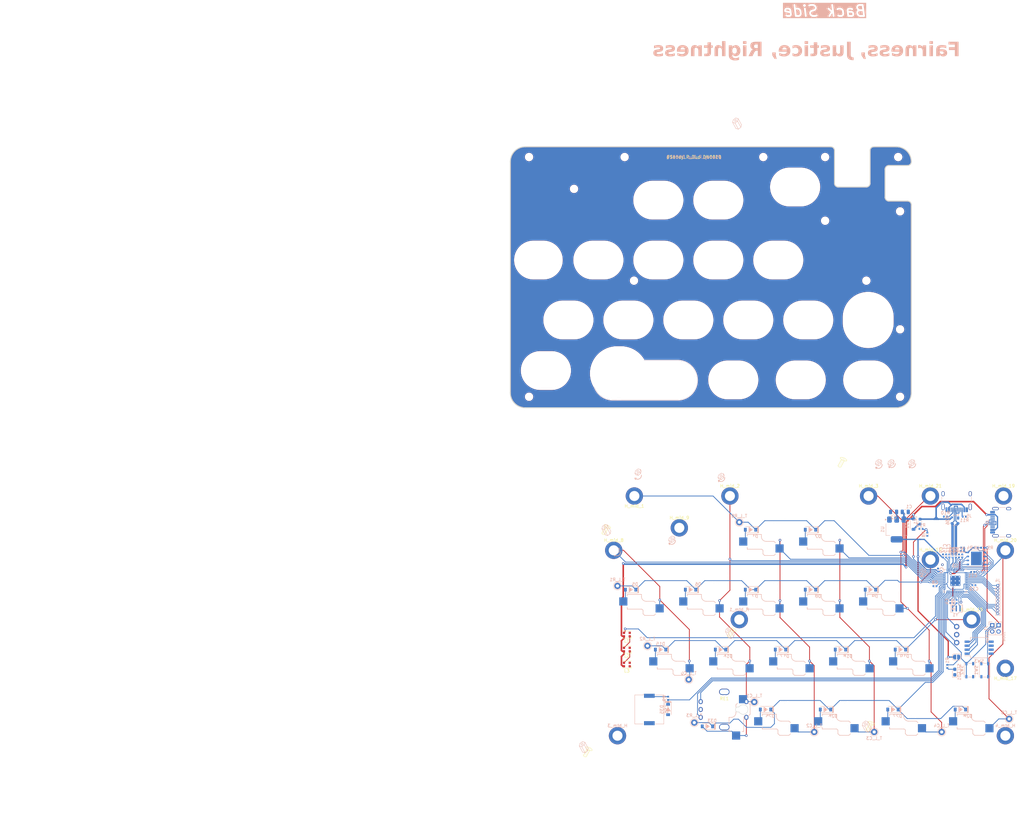
<source format=kicad_pcb>
(kicad_pcb (version 20240108) (generator "pcbnew") (generator_version "8.0")
  (title_block (title "Sandy") (date "2023-01-06") (rev "v.0") (company "@jpskenn"))
  (layers (0 "F.Cu" signal) (31 "B.Cu" signal) (34 "B.Paste" user) (35 "F.Paste" user) (36 "B.SilkS" user "B.Silkscreen") (37 "F.SilkS" user "F.Silkscreen") (38 "B.Mask" user) (39 "F.Mask" user) (44 "Edge.Cuts" user))
  (net 0 "")
  (net 1 "Net-(D1-A)")
  (net 2 "Net-(D2-A)")
  (net 3 "Net-(D5-A)")
  (net 4 "Net-(D6-A)")
  (net 5 "Net-(D7-A)")
  (net 6 "Net-(D9-A)")
  (net 17 "L_dip3")
  (net 19 "Net-(L2-DOUT)")
  (net 20 "Net-(L1-DOUT)")
  (net 21 "L_QSPI_SCLK")
  (net 22 "Net-(U3-XIN)")
  (net 23 "L_QSPI_SD0")
  (net 24 "L_QSPI_SD2")
  (net 25 "L_QSPI_SD1")
  (net 26 "L_QSPI_SD3")
  (net 27 "L_col5")
  (net 28 "L_RE_B")
  (net 29 "L_RE_A")
  (net 30 "L_col4")
  (net 31 "L_col1")
  (net 32 "L_col0")
  (net 33 "L_col3")
  (net 34 "L_col2")
  (net 35 "L_dip1")
  (net 36 "L_RESERVE9")
  (net 37 "L_dip4")
  (net 38 "L_dip2")
  (net 39 "L_VBUS_detection")
  (net 40 "Net-(R6-Pad1)")
  (net 41 "Net-(U3-XOUT)")
  (net 42 "L_QSPI_SS")
  (net 43 "Net-(U3-USB_DM)")
  (net 44 "Net-(U3-USB_DP)")
  (net 49 "L_RX")
  (net 50 "L_TX{slash}SERIAL")
  (net 52 "+5V")
  (net 54 "Net-(J5-CC1)")
  (net 55 "Net-(J5-CC2)")
  (net 56 "L_RESERVE1")
  (net 57 "L_RESERVE4")
  (net 58 "L_RESERVE3")
  (net 59 "L_RESERVE6")
  (net 60 "L_RESERVE5")
  (net 61 "L_RESERVE8")
  (net 62 "L_RESERVE2")
  (net 63 "L_RESERVE7")
  (net 64 "L_SWCLK")
  (net 65 "L_SWD")
  (net 66 "L_USB_BOOT")
  (net 67 "Net-(LS1-Pad1)")
  (net 68 "Net-(JP1-B)")
  (net 69 "L_RESET")
  (net 70 "L_LED")
  (net 71 "L_D+")
  (net 72 "L_D-")
  (net 73 "L_Audio")
  (net 74 "Net-(STLED1-A)")
  (net 75 "L_row3")
  (net 76 "L_row2")
  (net 77 "L_row1")
  (net 78 "Net-(D28-A)")
  (net 79 "Net-(SD1-A)")
  (net 80 "Net-(D27-A)")
  (net 81 "GND")
  (net 82 "Net-(D25-A)")
  (net 83 "L_row0")
  (net 84 "Net-(D19-A)")
  (net 85 "Net-(D18-A)")
  (net 86 "Net-(D17-A)")
  (net 87 "Net-(D16-A)")
  (net 88 "Net-(D8-A)")
  (net 89 "VBUS")
  (net 90 "Net-(D26-A)")
  (net 91 "Net-(D15-A)")
  (net 92 "Net-(D33-A)")
  (net 93 "+1V1")
  (net 94 "+3V3")
  (footprint "locallib:MountingHole_2.2mm_M2_no_REF" (layer "F.Cu") (at 127.024147 55.578067)
    (property "Reference" "H_mid_10" (hide yes))
    (property "Value" "MountingHole")
  )
  (footprint "locallib:Kailh_socket_ChocV2" (layer "F.Cu") (at 154.522693 210.955058)
    (property "Reference" "SW_28")
    (property "Value" "LSPC")
  )
  (footprint "LED_SMD:LED_WS2812B-2020_PLCC4_2.0x2.0mm" (layer "F.Cu") (at 64.035204 187.14261 180)
    (property "Reference" "L1")
    (property "Value" "WS2812B-2020")
  )
  (footprint "locallib:MountingHole_2.2mm_M2_no_REF" (layer "F.Cu") (at 150.836667 52.601502)
    (property "Reference" "H_mid_20" (hide yes))
    (property "Value" "MountingHole")
  )
  (footprint "locallib:MountingHole_2.2mm_M2_no_REF" (layer "F.Cu") (at 150.836667 90.106221 180)
    (property "Reference" "H_mid_17" (hide yes))
    (property "Value" "MountingHole")
  )
  (footprint "locallib:MountingHole_M2_Through-hole_tap_THC-0.8-x-2" (layer "F.Cu") (at 96.777414 143.089438)
    (property "Reference" "H_mid_2")
    (property "Value" "MountingHole")
  )
  (footprint "locallib:Kailh_socket_ChocV2" (layer "F.Cu") (at 118.803943 191.905298)
    (property "Reference" "SW_17")
    (property "Value" "C")
  )
  (footprint "locallib:MountingHole_M2_Through-hole_tap_THC-0.8-x-2" (layer "F.Cu") (at 160.475905 143.089438)
    (property "Reference" "H_mid_21")
    (property "Value" "MountingHole")
  )
  (footprint "locallib:Kailh_socket_ChocV2" (layer "F.Cu") (at 99.753943 191.905298)
    (property "Reference" "SW_16")
    (property "Value" "X")
  )
  (footprint "locallib:ICON_Screw_Medium" (layer "F.Cu") (at 141.338509 218.887667)
    (property "Reference" "REF**" (hide yes))
    (property "Value" "ICON_Screw_Medium")
  )
  (footprint "locallib:Kailh_socket_ChocV2" (layer "F.Cu") (at 80.703943 191.905298)
    (property "Reference" "SW_15")
    (property "Value" "Z")
  )
  (footprint "locallib:ICON_Screw_Medium" (layer "F.Cu") (at 51.533626 227.028571)
    (property "Reference" "REF**" (hide yes))
    (property "Value" "ICON_Screw_Medium")
  )
  (footprint "locallib:ICON_Screw_Medium" (layer "F.Cu") (at 57.399449 156.379869)
    (property "Reference" "REF**" (hide yes))
    (property "Value" "ICON_Screw_Medium")
  )
  (footprint "locallib:MountingHole_M2_Through-hole_tap_THC-0.8-x-2" (layer "F.Cu") (at 183.693112 143.089438)
    (property "Reference" "H_mid_19")
    (property "Value" "MountingHole")
  )
  (footprint "locallib:MountingHole_M2_Through-hole_tap_THC-0.8-x-2" (layer "F.Cu") (at 66.416451 143.089433 180)
    (property "Reference" "H_mid_1")
    (property "Value" "MountingHole")
  )
  (footprint "locallib:MountingHole_2.2mm_M2_no_REF" (layer "F.Cu") (at 32.964693 35.33742 180)
    (property "Reference" "H_mid_1" (hide yes))
    (property "Value" "MountingHole")
  )
  (footprint "locallib:MountingHole_M2_Through-hole_tap_THC-0.8-x-2" (layer "F.Cu") (at 140.830576 143.089438)
    (property "Reference" "H_mid_3")
    (property "Value" "MountingHole")
  )
  (footprint "locallib:Kailh_socket_ChocV2" (layer "F.Cu") (at 156.903943 191.905058)
    (property "Reference" "SW_19")
    (property "Value" "B")
  )
  (footprint "locallib:MountingHole_2.2mm_M2_no_REF" (layer "F.Cu") (at 47.252205 45.457742)
    (property "Reference" "H_mid_9" (hide yes))
    (property "Value" "MountingHole")
  )
  (footprint "locallib:Kailh_socket_ChocV2" (layer "F.Cu") (at 175.953943 210.955418)
    (property "Reference" "SW_29")
    (property "Value" "L_CNT")
  )
  (footprint "locallib:MountingHole_M2_Through-hole_tap_THC-0.8-x-2" (layer "F.Cu") (at 184.288425 160.353515)
    (property "Reference" "H_mid_20")
    (property "Value" "MountingHole")
  )
  (footprint "locallib:Kailh_socket_ChocV2" (layer "F.Cu") (at 90.228943 172.855218)
    (property "Reference" "SW_6")
    (property "Value" "A")
  )
  (footprint "locallib:MountingHole_2.2mm_M2_no_REF" (layer "F.Cu") (at 150.241354 35.337425)
    (property "Reference" "H_mid_19" (hide yes))
    (property "Value" "MountingHole")
  )
  (footprint "locallib:Kailh_socket_ChocV2" (layer "F.Cu") (at 109.278943 172.855218)
    (property "Reference" "SW_7")
    (property "Value" "S")
  )
  (footprint "locallib:Kailh_socket_ChocV2" (layer "F.Cu") (at 137.853943 191.905298)
    (property "Reference" "SW_18")
    (property "Value" "V")
  )
  (footprint "locallib:Kailh_socket_ChocV2" (layer "F.Cu") (at 114.041443 210.955418)
    (property "Reference" "SW_LWIN1")
    (property "Value" "LWIN")
  )
  (footprint "locallib:SandyLP-Duo_outline_BottomA_with_hole2_narrow_edge" (layer "F.Cu") (at 159.170935 84.153405)
    (property "Reference" "REF**" (hide yes))
    (property "Value" "60_Outline" (hide yes))
    (fp_line (start -132.159486 26.123471) (end -132.159486 -47.32504) (stroke (width 0.3)) (layer "Edge.Cuts"))
    (fp_line (start -30.360962 -52.08754) (end -127.396986 -52.08754) (stroke (width 0.3)) (layer "Edge.Cuts"))
    (fp_line (start -29.170337 -40.48125) (end -29.170337 -50.896915) (stroke (width 0.3)) (layer "Edge.Cuts"))
    (fp_line (start -19.05 -39.290625) (end -27.979712 -39.290625) (stroke (width 0.3)) (layer "Edge.Cuts"))
    (fp_line (start -17.859375 -50.896915) (end -17.859375 -40.48125) (stroke (width 0.3)) (layer "Edge.Cuts"))
    (fp_line (start -13.096885 -36.014078) (end -13.096885 -44.94379) (stroke (width 0.3)) (layer "Edge.Cuts"))
    (fp_line (start -11.90626 -46.134415) (end -5.953129 -46.134415) (stroke (width 0.3)) (layer "Edge.Cuts"))
    (fp_line (start -9.525004 -52.08754) (end -16.66875 -52.08754) (stroke (width 0.3)) (layer "Edge.Cuts"))
    (fp_line (start -9.525004 30.885971) (end -127.396986 30.885971) (stroke (width 0.3)) (layer "Edge.Cuts"))
    (fp_line (start -5.953129 -34.823453) (end -11.90626 -34.823453) (stroke (width 0.3)) (layer "Edge.Cuts"))
    (fp_line (start -4.762504 26.123471) (end -4.762504 -33.632828) (stroke (width 0.3)) (layer "Edge.Cuts"))
    (fp_arc (start -132.159486 -47.32504) (mid -130.764582 -50.692636) (end -127.396986 -52.08754) (stroke (width 0.3)) (layer "Edge.Cuts"))
    (fp_arc (start -127.396986 30.885971) (mid -130.764582 29.491067) (end -132.159486 26.123471) (stroke (width 0.3)) (layer "Edge.Cuts"))
    (fp_arc (start -30.360962 -52.08754) (mid -29.519063 -51.738814) (end -29.170337 -50.896915) (stroke (width 0.3)) (layer "Edge.Cuts"))
    (fp_arc (start -27.979712 -39.290625) (mid -28.821611 -39.639351) (end -29.170337 -40.48125) (stroke (width 0.3)) (layer "Edge.Cuts"))
    (fp_arc (start -17.859375 -50.896915) (mid -17.510649 -51.738814) (end -16.66875 -52.08754) (stroke (width 0.3)) (layer "Edge.Cuts"))
    (fp_arc (start -17.859375 -40.48125) (mid -18.208101 -39.639351) (end -19.05 -39.290625) (stroke (width 0.3)) (layer "Edge.Cuts"))
    (fp_arc (start -13.096885 -44.94379) (mid -12.748159 -45.785689) (end -11.90626 -46.134415) (stroke (width 0.3)) (layer "Edge.Cuts"))
    (fp_arc (start -11.90626 -34.823453) (mid -12.748159 -35.172179) (end -13.096885 -36.014078) (stroke (width 0.3)) (layer "Edge.Cuts"))
    (fp_arc (start -9.525004 -52.08754) (mid -6.15741 -50.692634) (end -4.762504 -47.32504) (stroke (width 0.3)) (layer "Edge.Cuts"))
    (fp_arc (start -5.953129 -34.823453) (mid -5.11123 -34.474727) (end -4.762504 -33.632828) (stroke (width 0.3)) (layer "Edge.Cuts"))
    (fp_arc (start -4.762504 -47.32504) (mid -5.11123 -46.483141) (end -5.953129 -46.134415) (stroke (width 0.3)) (layer "Edge.Cuts"))
    (fp_arc (start -4.762504 26.123471) (mid -6.157413 29.491062) (end -9.525004 30.885971) (stroke (width 0.3)) (layer "Edge.Cuts"))
  )
  (footprint "locallib:MountingHole_M2_Through-hole_tap_THC-0.8-x-2" (layer "F.Cu") (at 160.475905 163.33008)
    (property "Reference" "H_mid_10")
    (property "Value" "MountingHole")
  )
  (footprint "locallib:Kailh_socket_ChocV2" (layer "F.Cu") (at 109.278943 153.805138)
    (property "Reference" "SW_1")
    (property "Value" "W")
  )
  (footprint "LED_SMD:LED_WS2812B-2020_PLCC4_2.0x2.0mm" (layer "F.Cu") (at 64.035204 196.667618 180)
    (property "Reference" "L3")
    (property "Value" "WS2812B-2020")
  )
  (footprint "locallib:MountingHole_M2_Through-hole_tap_THC-0.8-x-2" (layer "F.Cu") (at 184.288425 197.858234 180)
    (property "Reference" "H_mid_17")
    (property "Value" "MountingHole")
  )
  (footprint "locallib:Kailh_socket_ChocV2" (layer "F.Cu") (at 71.178943 172.855418)
    (property "Reference" "SW_5")
    (property "Value" "LCTL")
  )
  (footprint "locallib:MountingHole_M2_Through-hole_tap_THC-0.8-x-2" (layer "F.Cu") (at 173.572769 182.380096)
    (property "Reference" "H_mid_15")
    (property "Value" "MountingHole")
  )
  (footprint "locallib:MountingHole_2.2mm_M2_no_REF" (layer "F.Cu") (at 140.121011 74.628083)
    (property "Reference" "H_mid_15" (hide yes))
    (property "Value" "MountingHole")
  )
  (footprint "locallib:MountingHole_M2_Through-hole_tap_THC-0.8-x-2" (layer "F.Cu") (at 80.703963 153.209755)
    (property "Reference" "H_mid_9")
    (property "Value" "MountingHole")
  )
  (footprint "locallib:ICON_Screw_Medium" (layer "F.Cu") (at 132.408885 134.948601)
    (property "Reference" "REF**" (hide yes))
    (property "Value" "ICON_Screw_Medium")
  )
  (footprint "locallib:ICON_Screw_Medium" (layer "F.Cu") (at 97.28542 189.122084)
    (property "Reference" "REF**" (hide yes))
    (property "Value" "ICON_Screw_Medium")
  )
  (footprint "locallib:MountingHole_2.2mm_M2_no_REF" (layer "F.Cu") (at 107.378818 35.337425)
    (property "Reference" "H_mid_3" (hide yes))
    (property "Value" "MountingHole")
  )
  (footprint "locallib:Kailh_socket_ChocV2" (layer "F.Cu") (at 133.091443 210.955418)
    (property "Reference" "SW_27")
    (property "Value" "LALT")
  )
  (footprint "locallib:Kailh_socket_ChocV2" (layer "F.Cu") (at 128.328943 172.855218)
    (property "Reference" "SW_8")
    (property "Value" "D")
  )
  (footprint "locallib:Kailh_socket_ChocV2" (layer "F.Cu") (at 128.328943 153.805138)
    (property "Reference" "SW_2")
    (property "Value" "E")
  )
  (footprint "locallib:Kailh_socket_ChocV2" (layer "F.Cu") (at 147.378943 172.855218)
    (property "Reference" "SW_9")
    (property "Value" "F")
  )
  (footprint "locallib:MountingHole_M2_Through-hole_tap_THC-0.8-x-2" (layer "F.Cu") (at 59.868008 160.353515)
    (property "Reference" "H_mid_8")
    (property "Value" "MountingHole")
  )
  (footprint "locallib:ChocV2_AND_RotaryEncoder_Alps_EC11K-Switch_Vertical_H20mm_NPTH_MP_minimal" (layer "F.Cu") (at 94.991443 210.955072 90)
    (property "Reference" "SW_25" (hide yes))
    (property "Value" "L_RE")
    (fp_line (start 0.8 4.35) (end 0.8 4.700001) (stroke (width 0.12)) (layer "Edge.Cuts"))
    (fp_line (start -0.8 4.35) (end -0.8 4.700001) (stroke (width 0.12)) (layer "Edge.Cuts"))
    (fp_arc (start -0.8 4.35) (mid 0 3.55) (end 0.8 4.35) (stroke (width 0.12)) (layer "Edge.Cuts"))
    (fp_arc (start 0.8 4.700001) (mid 0 7.526433) (end -0.8 4.700001) (stroke (width 0.12)) (layer "Edge.Cuts"))
  )
  (footprint "locallib:MountingHole_2.2mm_M2_no_REF" (layer "F.Cu") (at 127.024147 35.337425)
    (property "Reference" "H_mid_21" (hide yes))
    (property "Value" "MountingHole")
  )
  (footprint "locallib:MountingHole_2.2mm_M2_no_REF" (layer "F.Cu") (at 63.325656 35.337425)
    (property "Reference" "H_mid_2" (hide yes))
    (property "Value" "MountingHole")
  )
  (footprint "LED_SMD:LED_WS2812B-2020_PLCC4_2.0x2.0mm" (layer "F.Cu") (at 64.035204 191.905114 180)
    (property "Reference" "L2")
    (property "Value" "WS2812B-2020")
  )
  (footprint "locallib:ICON_Nut" (layer "B.Cu") (at 93.996162 136.726934 180)
    (property "Reference" "REF**" (hide yes))
    (property "Value" "ICON_Nut")
  )
  (footprint "locallib:ICON_Spacer" (layer "B.Cu") (at 96.735169 189.254351 180)
    (property "Reference" "REF**")
    (property "Value" "ICON_Spacer")
  )
  (footprint "locallib:PinHeader_1x03_P2.54mm_Vertical_All_circle" (layer "B.Cu") (at 168.810287 184.6176 180)
    (property "Reference" "J2" (hide yes))
    (property "Value" "Conn_01x03")
  )
  (footprint "Button_Switch_SMD:SW_SPST_PTS810" (layer "B.Cu") (at 172.977478 198.453547 -90)
    (property "Reference" "SW2")
    (property "Value" "RESET_ALT")
  )
  (footprint "Resistor_SMD:R_0402_1005Metric" (layer "B.Cu") (at 165.833722 197.262921 90)
    (property "Reference" "R1")
    (property "Value" "1k")
  )
  (footprint "locallib:TestPoint_THTPad_D2.0mm_Drill1.0mm" (layer "B.Cu") (at 104.516483 208.573868 180)
    (property "Reference" "T_L_C1")
    (property "Value" "Conn_01x01")
  )
  (footprint "Jumper:SolderJumper-2_P1.3mm_Open_RoundedPad1.0x1.5mm" (layer "B.Cu") (at 168.810287 194.286356)
    (property "Reference" "JP1" (hide yes))
    (property "Value" "SolderJumper_2_Open")
  )
  (footprint "locallib:TestPoint_THTPad_D2.0mm_Drill1.0mm" (layer "B.Cu") (at 70.583642 190.714478 180)
    (property "Reference" "T_L_R2")
    (property "Value" "Conn_01x01")
  )
  (footprint "Capacitor_SMD:C_0402_1005Metric" (layer "B.Cu") (at 167.791443 176.636308 -90)
    (property "Reference" "C6")
    (property "Value" "100n")
  )
  (footprint "locallib:PinHeader_2x02_P2.00mm_Vertical_2pair" (layer "B.Cu") (at 180.121234 184.166035 -90)
    (property "Reference" "J1")
    (property "Value" "Conn_02x02_Odd_Even")
  )
  (footprint "Resistor_SMD:R_0402_1005Metric" (layer "B.Cu") (at 157.491443 153.536308 180)
    (property "Reference" "R12")
    (property "Value" "5.6k")
  )
  (footprint "locallib:ICON_Spacer" (layer "B.Cu") (at 99.002189 27.329215 180)
    (property "Reference" "REF**" (hide yes))
    (property "Value" "ICON_Spacer" (hide yes))
  )
  (footprint "Buzzer_Beeper:Buzzer_Murata_PKMCS0909E" (layer "B.Cu") (at 71.178943 210.955058 -90)
    (property "Reference" "LS1")
    (property "Value" "Speaker")
  )
  (footprint "locallib:TestPoint_THTPad_D2.0mm_Drill1.0mm" (layer "B.Cu") (at 164.047783 218.098876 180)
    (property "Reference" "T_L_C4")
    (property "Value" "Conn_01x01")
  )
  (footprint "locallib:MountingHole_2.2mm_M2_no_REF" (layer "B.Cu") (at 150.836667 111.537849 180)
    (property "Reference" "H_btm_4" (hide yes))
    (property "Value" "MountingHole")
  )
  (footprint "locallib:MountingHole_2.2mm_M2_no_REF" (layer "B.Cu") (at 32.964693 111.537849 180)
    (property "Reference" "H_btm_3" (hide yes))
    (property "Value" "MountingHole")
  )
  (footprint "Crystal:Resonator_SMD_Murata_CSTxExxV-3Pin_3.0x1.1mm" (layer "B.Cu") (at 168.691443 178.836308 180)
    (property "Reference" "Y1")
    (property "Value" "12MHz")
  )
  (footprint "Capacitor_SMD:C_0402_1005Metric" (layer "B.Cu") (at 165.491443 162.136308 90)
    (property "Reference" "C15")
    (property "Value" "2.2uF")
  )
  (footprint "Capacitor_SMD:C_0402_1005Metric" (layer "B.Cu") (at 169.567356 162.136308 90)
    (property "Reference" "C5")
    (property "Value" "100n")
  )
  (footprint "Package_TO_SOT_SMD:SOT-143" (layer "B.Cu") (at 168.291443 150.828507 180)
    (property "Reference" "D36")
    (property "Value" "PRTR5V0U2X")
  )
  (footprint "Capacitor_SMD:C_0402_1005Metric" (layer "B.Cu") (at 174.291443 171.436308)
    (property "Reference" "C10")
    (property "Value" "100n")
  )
  (footprint "locallib:ICON_arrow_round_small" (layer "B.Cu") (at 61.290495 161.936308)
    (property "Reference" "REF**" (hide yes))
    (property "Value" "ICON_arrow_round_small")
  )
  (footprint "Resistor_SMD:R_0402_1005Metric" (layer "B.Cu") (at 159.491443 155.246308 -90)
    (property "Reference" "R8")
    (property "Value" "10k")
  )
  (footprint "Capacitor_SMD:C_0402_1005Metric" (layer "B.Cu") (at 170.691443 159.536308 180)
    (property "Reference" "C13")
    (property "Value" "2.2uF")
  )
  (footprint "locallib:D_SOD-123_Emphasized_Direction_Line_Reference_on_bottom" (layer "B.Cu") (at 89.633658 216.312937 180)
    (property "Reference" "D33")
    (property "Value" "D")
  )
  (footprint "locallib:D_SOD-123_Emphasized_Direction_Line_Reference_on_bottom" (layer "B.Cu") (at 108.088361 210.95512 180)
    (property "Reference" "D25")
    (property "Value" "D")
  )
  (footprint "locallib:D_SOD-123_Emphasized_Direction_Line_Reference_on_bottom" (layer "B.Cu") (at 112.850865 191.905104 180)
    (property "Reference" "D17")
    (property "Value" "D")
  )
  (footprint "locallib:ICON_arrow_round_small" (layer "B.Cu") (at 144.402454 134.159743)
    (property "Reference" "REF**" (hide yes))
    (property "Value" "ICON_arrow_round_small")
  )
  (footprint "locallib:MountingHole_M2_Through-hole_tap_THC-0.8-x-2" (layer "B.Cu") (at 99.753979 182.380096 180)
    (property "Reference" "H_btm_1")
    (property "Value" "MountingHole")
  )
  (footprint "locallib:MountingHole_M2_Through-hole_tap_THC-0.8-x-2" (layer "B.Cu") (at 61.058634 219.289502 180)
    (property "Reference" "H_btm_3")
    (property "Value" "MountingHole")
  )
  (footprint "locallib:ICON_arrow_round_small" (layer "B.Cu") (at 67.907077 137.601926)
    (property "Reference" "REF**" (hide yes))
    (property "Value" "ICON_arrow_round_small")
  )
  (footprint "Capacitor_SMD:C_0402_1005Metric" (layer "B.Cu") (at 164.491443 162.136308 90)
    (property "Reference" "C9")
    (property "Value" "100n")
  )
  (footprint "locallib:TestPoint_THTPad_D2.0mm_Drill1.0mm" (layer "B.Cu") (at 83.680528 201.430112 180)
    (property "Reference" "T_L_C0")
    (property "Value" "Conn_01x01")
  )
  (footprint "locallib:ICON_arrow_round_small" (layer "B.Cu") (at 158.710193 168.536308)
    (property "Reference" "REF**" (hide yes))
    (property "Value" "ICON_arrow_round_small")
  )
  (footprint "Connector_PinHeader_1.00mm:PinHeader_1x10_P1.00mm_Vertical" (layer "B.Cu") (at 181.891443 171.536308 180)
    (property "Reference" "J4")
    (property "Value" "Conn_01x10_Pin")
  )
  (footprint "locallib:D_SOD-123_Emphasized_Direction_Line_Reference_on_bottom" (layer "B.Cu") (at 122.375873 172.855088 180)
    (property "Reference" "D8")
    (property "Value" "D")
  )
  (footprint "locallib:MountingHole_M2_Through-hole_tap_THC-0.8-x-2" (layer "B.Cu") (at 184.288425 219.289502 180)
    (property "Reference" "H_btm_4")
    (property "Value" "MountingHole")
  )
  (footprint "Resistor_SMD:R_0402_1005Metric" (layer "B.Cu") (at 168.551356 162.136308 90)
    (property "Reference" "R2")
    (property "Value" "27")
  )
  (footprint "locallib:RP2040-QFN-56" (layer "B.Cu") (at 168.391539 170.055088 180)
    (property "Reference" "U3")
    (property "Value" "RP2040")
  )
  (footprint "locallib:MountingHole_2.2mm_M2_no_REF" (layer "B.Cu") (at 66.302221 74.628443 180)
    (property "Reference" "H_btm_1" (hide yes))
    (property "Value" "MountingHole")
  )
  (footprint "locallib:D_SOD-123_Emphasized_Direction_Line_Reference_on_bottom" (layer "B.Cu") (at 131.900881 191.905104 180)
    (property "Reference" "D18")
    (property "Value" "D")
  )
  (footprint "locallib:D_SOD-123_Emphasized_Direction_Line_Reference_on_bottom" (layer "B.Cu") (at 74.750833 191.905104 180)
    (property "Reference" "D15")
    (property "Value" "D")
  )
  (footprint "Package_TO_SOT_SMD:SOT-223-3_TabPin2" (layer "B.Cu") (at 149.760271 153.72382 -90)
    (property "Reference" "U1")
    (property "Value" "NCP1117-3.3_SOT223")
  )
  (footprint "locallib:ICON_arrow_round_small" (layer "B.Cu") (at 94.396162 138.326934)
    (property "Reference" "REF**" (hide yes))
    (property "Value" "ICON_arrow_round_small")
  )
  (footprint "locallib:ICON_Nut" (layer "B.Cu") (at 67.607077 135.350369 180)
    (property "Reference" "REF**" (hide yes))
    (property "Value" "ICON_Nut")
  )
  (footprint "locallib:TestPoint_THTPad_D2.0mm_Drill1.0mm" (layer "B.Cu") (at 123.566499 218.098876 180)
    (property "Reference" "T_L_C2")
    (property "Value" "Conn_01x01")
  )
  (footprint "Button_Switch_SMD:SW_DIP_SPSTx04_Slide_Copal_CHS-04B_W7.62mm_P1.27mm" (layer "B.Cu") (at 175.954043 191.309791)
    (property "Reference" "SW3")
    (property "Value" "SW_DIP_x04")
  )
  (footprint "Capacitor_SMD:C_0402_1005Metric" (layer "B.Cu") (at 170.583356 162.136308 90)
    (property "Reference" "C3")
    (property "Value" "100n")
  )
  (footprint "locallib:ICON_Nut" (layer "B.Cu") (at 158.094655 166.901958 180)
    (property "Reference" "REF**" (hide yes))
    (property "Value" "ICON_Nut")
  )
  (footprint "Resistor_SMD:R_0402_1005Metric" (layer "B.Cu") (at 167.509956 162.136308 90)
    (property "Reference" "R3")
    (property "Value" "27")
  )
  (footprint "locallib:D_SOD-123_Emphasized_Direction_Line_Reference_on_bottom" (layer "B.Cu") (at 93.800849 191.905104 180)
    (property "Reference" "D16")
    (property "Value" "D")
  )
  (footprint "locallib:ICON_Spacer" (layer "B.Cu") (at 50.300753 225.568448 180)
    (property "Reference" "REF**")
    (property "Value" "ICON_Spacer")
  )
  (footprint "locallib:TestPoint_THTPad_D2.0mm_Drill1.0mm" (layer "B.Cu") (at 99.753943 151.423808 180)
    (property "Reference" "T_L_R0")
    (property "Value" "Conn_01x01")
  )
  (footprint "Capacitor_SMD:C_0402_1005Metric" (layer "B.Cu") (at 162.891443 166.636308 90)
    (property "Reference" "C7")
    (property "Value" "100n")
  )
  (footprint "Diode_SMD:D_SOD-123" (layer "B.Cu") (at 155.118088 152.019133 -90)
    (property "Reference" "SD1")
    (property "Value" "Schottky diode")
  )
  (footprint "locallib:ICON_Spacer" (layer "B.Cu") (at 57.474449 156.512136 180)
    (property "Reference" "REF**")
    (property "Value" "ICON_Spacer")
  )
  (footprint "Button_Switch_SMD:SW_SPST_PTS810" (layer "B.Cu") (at 177.739982 198.453547 -90)
    (property "Reference" "SW1")
    (property "Value" "BOOT_ALT")
  )
  (footprint "Resistor_SMD:R_0402_1005Metric" (layer "B.Cu") (at 165.238409 149.637881 180)
    (property "Reference" "R10")
    (property "Value" "5.1k")
  )
  (footprint "locallib:ICON_Nut" (layer "B.Cu") (at 144.018184 132.328539 180)
    (property "Reference" "REF**" (hide yes))
    (property "Value" "ICON_Nut")
  )
  (footprint "locallib:D_SOD-123_Emphasized_Direction_Line_Reference_on_bottom" (layer "B.Cu") (at 103.325857 172.855088 180)
    (property "Reference" "D7")
    (property "Value" "D")
  )
  (footprint "locallib:ICON_arrow_round_small" (layer "B.Cu") (at 155.041427 133.958138)
    (property "Reference" "REF**" (hide yes))
    (property "Value" "ICON_arrow_round_small")
  )
  (footprint "Capacitor_SMD:C_0805_2012Metric" (layer "B.Cu") (at 148.774332 148.136308 180)
    (property "Reference" "C2")
    (property "Value" "10u")
  )
  (footprint "Resistor_SMD:R_0402_1005Metric" (layer "B.Cu") (at 168.791443 176.636308 90)
    (property "Reference" "R6")
    (property "Value" "1k")
  )
  (footprint "locallib:ICON_Nut" (layer "B.Cu") (at 60.801247 160.353515 180)
    (property "Reference" "REF**" (hide yes))
    (property "Value" "ICON_Nut")
  )
  (footprint "Resistor_SMD:R_0402_1005Metric" (layer "B.Cu") (at 77.132085 207.383242 -90)
    (property "Reference" "R9")
    (property "Value" "1k")
  )
  (footprint "Resistor_SMD:R_0402_1005Metric" (layer "B.Cu") (at 177.091443 159.536308 180)
    (property "Reference" "R5")
    (property "Value" "1k")
  )
  (footprint "locallib:D_SOD-123_Emphasized_Direction_Line_Reference_on_bottom" (layer "B.Cu") (at 170.000913 210.95512 180)
    (property "Reference" "D28")
    (property "Value" "D")
  )
  (footprint "Resistor_SMD:R_0402_1005Metric" (layer "B.Cu") (at 174.891443 159.536308)
    (property "Reference" "R4")
    (property "Value" "10k")
  )
  (footprint "Capacitor_SMD:C_0402_1005Metric" (layer "B.Cu") (at 166.491443 162.136308 90)
    (property "Reference" "C14")
    (property "Value" "2.2uF")
  )
  (footprint "locallib:ICON_Nut" (layer "B.Cu") (at 147.974332 132.373804 180)
    (property "Reference" "REF**" (hide yes))
    (property "Value" "ICON_Nut")
  )
  (footprint "locallib:D_SOD-123_Emphasized_Direction_Line_Reference_on_bottom" (layer "B.Cu") (at 127.138377 210.95512 180)
    (property "Reference" "D26")
    (property "Value" "D")
  )
  (footprint "Capacitor_SMD:C_0402_1005Metric" (layer "B.Cu") (at 170.691443 160.536308 180)
    (property "Reference" "C12")
    (property "Value" "100n")
  )
  (footprint "locallib:TestPoint_THTPad_D2.0mm_Drill1.0mm" (layer "B.Cu") (at 185.479051 213.931685 180)
    (property "Reference" "T_L_C5")
    (property "Value" "Conn_01x01")
  )
  (footprint "locallib:USB_C_Receptacle_HRO_TYPE-C-31-M-12" (layer "B.Cu") (at 168.810287 143.417518)
    (property "Reference" "J5")
    (property "Value" "USB_C_Receptacle_USB2.0")
  )
  (footprint "locallib:ICON_Nut" (layer "B.Cu") (at 154.522775 132.373804 180)
    (property "Reference" "REF**" (hide yes))
    (property "Value" "ICON_Nut")
  )
  (footprint "locallib:D_SOD-123_Emphasized_Direction_Line_Reference_on_bottom" (layer "B.Cu") (at 84.275841 172.855088 180)
    (property "Reference" "D6")
    (property "Value" "D")
  )
  (footprint "locallib:ICON_arrow_round_small" (layer "B.Cu") (at 148.561748 133.886292)
    (property "Reference" "REF**" (hide yes))
    (property "Value" "ICON_arrow_round_small")
  )
  (footprint "locallib:D_SOD-123_Emphasized_Direction_Line_Reference_on_bottom" (layer "B.Cu") (at 150.950897 191.905104 180)
    (property "Reference" "D19")
    (property "Value" "D")
  )
  (footprint "locallib:ICON_Nut" (layer "B.Cu") (at 78.322713 156.698808 180)
    (property "Reference" "REF**" (hide yes))
    (property "Value" "ICON_Nut")
  )
  (footprint "Capacitor_SMD:C_0402_1005Metric" (layer "B.Cu") (at 166.791443 176.636308 -90)
    (property "Reference" "C4")
    (property "Value" "100n")
  )
  (footprint "locallib:USB_C_Receptacle_HRO_TYPE-C-31-M-12" (layer "B.Cu") (at 184.272443 151.42382 -90)
    (property "Reference" "J6")
    (property "Value" "USB_C_Receptacle_USB2.0")
  )
  (footprint "Capacitor_SMD:C_0402_1005Metric" (layer "B.Cu") (at 173.891443 167.236308)
    (property "Reference" "C11")
    (property "Value" "100n")
  )
  (footprint "locallib:D_SOD-123_Emphasized_Direction_Line_Reference_on_bottom" (layer "B.Cu") (at 65.225825 172.855088 180)
    (property "Reference" "D5")
    (property "Value" "D")
  )
  (footprint "Capacitor_SMD:C_0805_2012Metric" (layer "B.Cu") (at 152.491443 148.136308)
    (property "Reference" "C1")
    (property "Value" "10u")
  )
  (footprint "locallib:ICON_Spacer" (layer "B.Cu") (at 140.192946 219.019938 180)
    (property "Reference" "REF**")
    (property "Value" "ICON_Spacer")
  )
  (footprint "Capacitor_SMD:C_0402_1005Metric" (layer "B.Cu") (at 161.916443 171.736308 180)
    (property "Reference" "C8")
    (property "Value" "100n")
  )
  (footprint "Resistor_SMD:R_0402_1005Metric" (layer "B.Cu") (at 171.241443 149.637881)
    (property "Reference" "R11")
    (property "Value" "5.1k")
  )
  (footprint "locallib:ICON_arrow_round_small" (layer "B.Cu") (at 78.710193 158.300914)
    (property "Reference" "REF**" (hide yes))
    (property "Value" "ICON_arrow_round_small")
  )
  (footprint "locallib:D_SOD-123_Emphasized_Direction_Line_Reference_on_bottom" (layer "B.Cu") (at 141.425889 172.855088 180)
    (property "Reference" "D9")
    (property "Value" "D")
  )
  (footprint "Fuse:Fuse_0603_1608Metric" (layer "B.Cu") (at 157.191443 151.231633 -90)
    (property "Reference" "F1")
    (property "Value" "Fuse")
  )
  (footprint "Package_SON:WSON-8-1EP_6x5mm_P1.27mm_EP3.4x4.3mm" (layer "B.Cu") (at 175.091443 162.936308 180)
    (property "Reference" "U4")
    (property "Value" "W25Q128JVPIQ")
  )
  (footprint "locallib:TestPoint_THTPad_D2.0mm_Drill1.0mm" (layer "B.Cu") (at 142.616515 218.098876)
    (property "Reference" "T_L_C3")
    (property "Value" "Conn_01x01")
  )
  (footprint "locallib:D_SOD-123_Emphasized_Direction_Line_Reference_on_bottom" (layer "B.Cu") (at 148.569645 210.95512 180)
    (property "Reference" "D27")
    (property "Value" "D")
  )
  (footprint "locallib:D_SOD-123_Emphasized_Direction_Line_Reference_on_bottom" (layer "B.Cu") (at 122.375873 153.805072 180)
    (property "Reference" "D2")
    (property "Value" "D")
  )
  (footprint "locallib:TestPoint_THTPad_D2.0mm_Drill1.0mm" (layer "B.Cu") (at 61.058634 171.664462 180)
    (property "Reference" "T_L_R1")
    (property "Value" "Conn_01x01")
  )
  (footprint "locallib:TestPoint_THTPad_D2.0mm_Drill1.0mm" (layer "B.Cu") (at 85.466467 215.122311 180)
    (property "Reference" "T_L_R3")
    (property "Value" "Conn_01x01")
  )
  (footprint "locallib:D_SOD-123_Emphasized_Direction_Line_Reference_on_bottom" (layer "B.Cu") (at 77.132085 210.95512 -90)
    (property "Reference" "D35")
    (property "Value" "D")
  )
  (footprint "LED_SMD:LED_0603_1608Metric_Pad1.05x0.95mm_HandSolder" (layer "B.Cu") (at 168.214974 199.04886 90)
    (property "Reference" "STLED1")
    (property "Value" "LED_GREEN")
  )
  (footprint "locallib:D_SOD-123_Emphasized_Direction_Line_Reference_on_bottom" (layer "B.Cu") (at 103.325857 153.805072 180)
    (property "Reference" "D1")
    (property "Value" "D")
  )
  (gr_circle (center 59.728971 160.430072) (end 61.978971 160.430072) (stroke (width 0.2)) (fill none) (layer "B.Cu"))
  (gr_text "#SandyLP_Duo DN0010" (at 85.352237 35.337785 0) (layer "B.SilkS") (effects (font (size 1 1)) (justify mirror)))
  (gr_text "Back Side" (at 127.024147 -11.096629 0) (layer "B.SilkS" knockout) (effects (font (size 3.5 3.5) (thickness 0.6) (italic yes)) (justify mirror)))
  (gr_text "Fairness, Justice, Rightness" (at 121.071017 1.404944 0) (layer "B.SilkS") (effects (font (size 4.5 4.5) (thickness 0.9) (bold yes) (italic yes)) (justify mirror)))
  (gr_text "#SandyLP_Duo DN0010" (at 85.352237 35.337785 0) (layer "F.SilkS") (effects (font (size 1 1))))
  (segment (start 160.091443 195.536308) (end 160.091443 185.736308) (width 0.25) (layer "F.Cu") (net 0))
  (segment (start 160.475905 163.33008) (end 160.475905 167.342346) (width 0.25) (layer "F.Cu") (net 0))
  (segment (start 96.777414 143.089438) (end 96.777414 163.161308) (width 0.25) (layer "F.Cu") (net 0))
  (segment (start 160.091443 195.536308) (end 160.697693 196.142558) (width 0.25) (layer "F.Cu") (net 0))
  (segment (start 160.038313 143.089438) (end 152.141443 150.986308) (width 0.25) (layer "F.Cu") (net 0))
  (segment (start 152.141443 161.730058) (end 151.891443 161.980058) (width 0.25) (layer "F.Cu") (net 0))
  (segment (start 183.491443 190.136308) (end 179.091443 194.536308) (width 0.25) (layer "F.Cu") (net 0))
  (segment (start 103.091443 191.176934) (end 103.091443 195.536308) (width 0.25) (layer "F.Cu") (net 0))
  (segment (start 183.491443 161.150497) (end 183.491443 190.136308) (width 0.25) (layer "F.Cu") (net 0))
  (segment (start 160.475905 143.089438) (end 160.038313 143.089438) (width 0.25) (layer "F.Cu") (net 0))
  (segment (start 184.288425 160.353515) (end 183.491443 161.150497) (width 0.25) (layer "F.Cu") (net 0))
  (segment (start 151.091449 176.736314) (end 153.141444 178.786309) (width 0.25) (layer "F.Cu") (net 0))
  (segment (start 74.491443 176.136308) (end 83.891443 185.536308) (width 0.25) (layer "F.Cu") (net 0))
  (segment (start 83.891443 185.536308) (end 83.891443 195.536308) (width 0.25) (layer "F.Cu") (net 0))
  (segment (start 93.491443 176.336308) (end 93.491443 181.576934) (width 0.25) (layer "F.Cu") (net 0))
  (segment (start 151.691443 160.336314) (end 151.091449 160.936308) (width 0.25) (layer "F.Cu") (net 0))
  (segment (start 101.991443 196.636308) (end 101.991443 208.455072) (width 0.25) (layer "F.Cu") (net 0))
  (segment (start 179.091443 194.536308) (end 179.091443 207.544077) (width 0.25) (layer "F.Cu") (net 0))
  (segment (start 162.091443 182.386308) (end 162.097655 182.380096) (width 0.25) (layer "F.Cu") (net 0))
  (segment (start 96.777414 173.050337) (end 96.777414 163.161308) (width 0.25) (layer "F.Cu") (net 0))
  (segment (start 59.868008 160.353515) (end 62.979277 160.353515) (width 0.25) (layer "F.Cu") (net 0))
  (segment (start 93.491443 176.336308) (end 96.777414 173.050337) (width 0.25) (layer "F.Cu") (net 0))
  (segment (start 162.097655 182.380096) (end 173.572769 182.380096) (width 0.25) (layer "F.Cu") (net 0))
  (segment (start 179.091443 207.544077) (end 185.479051 213.931685) (width 0.25) (layer "F.Cu") (net 0))
  (segment (start 164.047783 215.080148) (end 164.047783 218.098876) (width 0.25) (layer "F.Cu") (net 0))
  (segment (start 140.830576 143.089438) (end 143.744573 143.089438) (width 0.25) (layer "F.Cu") (net 0))
  (segment (start 93.491443 181.576934) (end 103.091443 191.176934) (width 0.25) (layer "F.Cu") (net 0))
  (segment (start 103.091443 195.536308) (end 101.991443 196.636308) (width 0.25) (layer "F.Cu") (net 0))
  (segment (start 160.697693 211.730058) (end 164.047783 215.080148) (width 0.25) (layer "F.Cu") (net 0))
  (segment (start 160.697693 196.142558) (end 160.697693 211.730058) (width 0.25) (layer "F.Cu") (net 0))
  (segment (start 151.091449 160.936308) (end 151.091449 176.736314) (width 0.25) (layer "F.Cu") (net 0))
  (segment (start 160.091443 185.736308) (end 153.141444 178.786309) (width 0.25) (layer "F.Cu") (net 0))
  (segment (start 152.141443 150.986308) (end 152.141443 161.730058) (width 0.25) (layer "F.Cu") (net 0))
  (segment (start 74.491443 171.865681) (end 74.491443 176.136308) (width 0.25) (layer "F.Cu") (net 0))
  (segment (start 143.744573 143.089438) (end 151.691443 151.036308) (width 0.25) (layer "F.Cu") (net 0))
  (segment (start 160.475905 167.342346) (end 157.381943 170.436308) (width 0.25) (layer "F.Cu") (net 0))
  (segment (start 151.691443 151.036308) (end 151.691443 160.336314) (width 0.25) (layer "F.Cu") (net 0))
  (segment (start 62.979277 160.353515) (end 74.491443 171.865681) (width 0.25) (layer "F.Cu") (net 0))
  (via (at 83.891443 195.536308) (size 0.8) (drill 0.4) (layers "F.Cu" "B.Cu") (net 0))
  (via (at 162.091443 182.386308) (size 0.8) (drill 0.4) (layers "F.Cu" "B.Cu") (net 0))
  (via (at 151.091449 160.936308) (size 0.8) (drill 0.4) (layers "F.Cu" "B.Cu") (net 0))
  (via (at 93.491443 176.336308) (size 0.8) (drill 0.4) (layers "F.Cu" "B.Cu") (net 0))
  (via (at 153.141444 178.786309) (size 0.8) (drill 0.4) (layers "F.Cu" "B.Cu") (net 0))
  (via (at 151.891443 161.980058) (size 0.8) (drill 0.4) (layers "F.Cu" "B.Cu") (net 0))
  (via (at 167.591443 175.236308) (size 0.6) (drill 0.35) (layers "F.Cu" "B.Cu") (net 0))
  (via (at 157.381943 170.436308) (size 0.8) (drill 0.4) (layers "F.Cu" "B.Cu") (net 0))
  (via (at 96.777414 163.161308) (size 0.8) (drill 0.4) (layers "F.Cu" "B.Cu") (net 0))
  (via (at 160.091443 195.536308) (size 0.8) (drill 0.4) (layers "F.Cu" "B.Cu") (net 0))
  (via (at 167.691443 172.136308) (size 0.6) (drill 0.35) (layers "F.Cu" "B.Cu") (net 0))
  (via (at 103.091443 195.536308) (size 0.8) (drill 0.4) (layers "F.Cu" "B.Cu") (net 0))
  (via (at 74.491443 176.136308) (size 0.8) (drill 0.4) (layers "F.Cu" "B.Cu") (net 0))
  (segment (start 150.05327 169.911308) (end 150.57827 170.436308) (width 0.25) (layer "B.Cu") (net 0))
  (segment (start 164.115923 171.910787) (end 164.171622 171.855088) (width 0.2) (layer "B.Cu") (net 0))
  (segment (start 99.753943 151.423808) (end 91.419568 143.089433) (width 0.25) (layer "B.Cu") (net 0))
  (segment (start 103.091443 197.792798) (end 103.028943 197.855298) (width 0.25) (layer "B.Cu") (net 0))
  (segment (start 161.541443 167.586308) (end 161.891443 167.936308) (width 0.25) (layer "B.Cu") (net 0))
  (segment (start 129.885273 150.930138) (end 140.935193 161.980058) (width 0.25) (layer "B.Cu") (net 0))
  (segment (start 107.850791 150.930138) (end 104.975857 153.805072) (width 0.25) (layer "B.Cu") (net 0))
  (segment (start 70.583642 190.714478) (end 75.210207 190.714478) (width 0.25) (layer "B.Cu") (net 0))
  (segment (start 160.810223 169.855088) (end 160.691443 169.736308) (width 0.2) (layer "B.Cu") (net 0))
  (segment (start 160.091443 195.536308) (end 160.091443 197.767558) (width 0.25) (layer "B.Cu") (net 0))
  (segment (start 160.691443 169.736308) (end 160.591443 169.636308) (width 0.2) (layer "B.Cu") (net 0))
  (segment (start 150.57827 170.436308) (end 157.381943 170.436308) (width 0.25) (layer "B.Cu") (net 0))
  (segment (start 177.272666 168.655088) (end 177.341444 168.58631) (width 0.2) (layer "B.Cu") (net 0))
  (segment (start 161.991443 168.036308) (end 161.891443 167.936308) (width 0.2) (layer "B.Cu") (net 0))
  (segment (start 182.202676 213.931685) (end 179.228943 216.905418) (width 0.25) (layer "B.Cu") (net 0))
  (segment (start 121.150939 150.930138) (end 107.850791 150.930138) (width 0.25) (layer "B.Cu") (net 0))
  (segment (start 83.891443 195.536308) (end 83.891443 197.767798) (width 0.25) (layer "B.Cu") (net 0))
  (segment (start 158.923423 167.586308) (end 152.273423 160.936308) (width 0.25) (layer "B.Cu") (net 0))
  (segment (start 150.653943 178.805218) (end 153.122535 178.805218) (width 0.25) (layer "B.Cu") (net 0))
  (segment (start 158.227839 169.436308) (end 160.391443 169.436308) (width 0.25) (layer "B.Cu") (net 0))
  (segment (start 136.425687 189.030298) (end 149.726088 189.030298) (width 0.25) (layer "B.Cu") (net 0))
  (segment (start 164.115923 171.910788) (end 164.115923 171.910787) (width 0.2) (layer "B.Cu") (net 0))
  (segment (start 74.491443 176.136308) (end 74.491443 176.936308) (width 0.25) (layer "B.Cu") (net 0))
  (segment (start 85.925841 172.855088) (end 83.051171 169.980418) (width 0.25) (layer "B.Cu") (net 0))
  (segment (start 124.025873 153.805072) (end 126.900807 150.930138) (width 0.25) (layer "B.Cu") (net 0))
  (segment (start 164.171622 171.855088) (end 164.954039 171.855088) (width 0.2) (layer "B.Cu") (net 0))
  (segment (start 161.541443 167.586308) (end 161.991443 168.036308) (width 0.25) (layer "B.Cu") (net 0))
  (segment (start 158.737027 168.036308) (end 161.191443 168.036308) (width 0.25) (layer "B.Cu") (net 0))
  (segment (start 124.025873 172.855088) (end 121.151003 169.980218) (width 0.25) (layer "B.Cu") (net 0))
  (segment (start 162.091443 182.386308) (end 152.600897 191.876854) (width 0.25) (layer "B.Cu") (net 0))
  (segment (start 146.019669 169.911308) (end 150.05327 169.911308) (width 0.25) (layer "B.Cu") (net 0))
  (segment (start 158.091442 169.936307) (end 160.197654 169.936307) (width 0.25) (layer "B.Cu") (net 0))
  (segment (start 164.047783 218.098876) (end 158.991511 218.098876) (width 0.25) (layer "B.Cu") (net 0))
  (segment (start 158.991511 218.098876) (end 157.797693 216.905058) (width 0.25) (layer "B.Cu") (net 0))
  (segment (start 94.991475 191.905104) (end 92.116669 189.030298) (width 0.25) (layer "B.Cu") (net 0))
  (segment (start 161.810223 168.655088) (end 161.641443 168.486308) (width 0.2) (layer "B.Cu") (net 0))
  (segment (start 184.288425 161.639329) (end 177.341444 168.58631) (width 0.25) (layer "B.Cu") (net 0))
  (segment (start 103.375857 172.855088) (end 100.500987 169.980218) (width 0.25) (layer "B.Cu") (net 0))
  (segment (start 160.197654 169.936307) (end 160.491435 170.230088) (width 0.25) (layer "B.Cu") (net 0))
  (segment (start 164.954039 169.855088) (end 160.810223 169.855088) (width 0.2) (layer "B.Cu") (net 0))
  (segment (start 133.550881 191.905104) (end 136.425687 189.030298) (width 0.25) (layer "B.Cu") (net 0))
  (segment (start 65.685199 171.664462) (end 66.875825 172.855088) (width 0.25) (layer "B.Cu") (net 0))
  (segment (start 159.891443 170.536308) (end 160.010223 170.655088) (width 0.2) (layer "B.Cu") (net 0))
  (segment (start 130.676075 189.030298) (end 117.375671 189.030298) (width 0.25) (layer "B.Cu") (net 0))
  (segment (start 74.453943 176.973808) (end 74.453943 178.805418) (width 0.25) (layer "B.Cu") (net 0))
  (segment (start 93.491443 176.336308) (end 93.491443 178.792718) (width 0.25) (layer "B.Cu") (net 0))
  (segment (start 160.010223 170.655088) (end 164.954039 170.655088) (width 0.2) (layer "B.Cu") (net 0))
  (segment (start 161.541443 167.586308) (end 158.923423 167.586308) (width 0.25) (layer "B.Cu") (net 0))
  (segment (start 164.954039 168.655088) (end 161.810223 168.655088) (width 0.2) (layer "B.Cu") (net 0))
  (segment (start 161.541443 167.586308) (end 162.185223 168.230088) (width 0.25) (layer "B.Cu") (net 0))
  (segment (start 152.273423 160.936308) (end 151.091449 160.936308) (width 0.25) (layer "B.Cu") (net 0))
  (segment (start 63.619551 164.105058) (end 152.260193 164.105058) (width 0.25) (layer "B.Cu") (net 0))
  (segment (start 100.500987 169.980218) (end 88.800711 169.980218) (width 0.25) (layer "B.Cu") (net 0))
  (segment (start 104.975857 153.805072) (end 102.594593 151.423808) (width 0.25) (layer "B.Cu") (net 0))
  (segment (start 164.954039 168.255088) (end 162.210223 168.255088) (width 0.2) (layer "B.Cu") (net 0))
  (segment (start 162.591443 181.886308) (end 162.091443 182.386308) (width 0.25) (layer "B.Cu") (net 0))
  (segment (start 152.680777 161.980058) (end 158.737027 168.036308) (width 0.25) (layer "B.Cu") (net 0))
  (segment (start 159.791443 170.436308) (end 157.381943 170.436308) (width 0.25) (layer "B.Cu") (net 0))
  (segment (start 83.978943 197.855298) (end 83.978943 201.131697) (width 0.25) (layer "B.Cu") (net 0))
  (segment (start 91.419568 143.089433) (end 66.416451 143.089433) (width 0.25) (layer "B.Cu") (net 0))
  (segment (start 140.935193 161.980058) (end 151.891443 161.980058) (width 0.25) (layer "B.Cu") (net 0))
  (segment (start 185.479051 213.931685) (end 182.202676 213.931685) (width 0.25) (layer "B.Cu") (net 0))
  (segment (start 161.191443 168.036308) (end 161.491443 168.336308) (width 0.25) (layer "B.Cu") (net 0))
  (segment (start 79.275639 189.030298) (end 76.400833 191.905104) (width 0.25) (layer "B.Cu") (net 0))
  (segment (start 114.500865 191.905104) (end 111.626059 189.030298) (width 0.25) (layer "B.Cu") (net 0))
  (segment (start 153.122535 178.805218) (end 153.141444 178.786309) (width 0.25) (layer "B.Cu") (net 0))
  (segment (start 152.600897 191.876854) (end 152.600897 191.905104) (width 0.25) (layer "B.Cu") (net 0))
  (segment (start 83.891443 197.767798) (end 83.978943 197.855298) (width 0.25) (layer "B.Cu") (net 0))
  (segment (start 160.516435 170.255088) (end 160.197654 169.936307) (width 0.2) (layer "B.Cu") (net 0))
  (segment (start 96.777414 163.161308) (end 97.271164 163.655058) (width 0.25) (layer "B.Cu") (net 0))
  (segment (start 133.550881 191.905104) (end 130.676075 189.030298) (width 0.25) (layer "B.Cu") (net 0))
  (segment (start 126.900807 150.930138) (end 129.885273 150.930138) (width 0.25) (layer "B.Cu") (net 0))
  (segment (start 160.091443 197.767558) (end 160.178943 197.855058) (width 0.25) (layer "B.Cu") (net 0))
  (segment (start 117.375671 189.030298) (end 114.500865 191.905104) (width 0.25) (layer "B.Cu") (net 0))
  (segment (start 143.075889 172.855088) (end 146.019669 169.911308) (width 0.25) (layer "B.Cu") (net 0))
  (segment (start 61.058634 171.664462) (end 65.685199 171.664462) (width 0.25) (layer "B.Cu") (net 0))
  (segment (start 149.726088 189.030298) (end 152.600896 191.905106) (width 0.25) (layer "B.Cu") (net 0))
  (segment (start 163.741443 172.285268) (end 163.741443 173.886308) (width 0.25) (layer "B.Cu") (net 0))
  (segment (start 161.785223 168.630088) (end 161.810223 168.630088) (width 0.25) (layer "B.Cu") (net 0))
  (segment (start 164.115923 171.910788) (end 163.741443 172.285268) (width 0.25) (layer "B.Cu") (net 0))
  (segment (start 124.025873 153.805072) (end 121.150939 150.930138) (width 0.25) (layer "B.Cu") (net 0))
  (segment (start 107.850727 169.980218) (end 104.975857 172.855088) (width 0.25) (layer "B.Cu") (net 0))
  (segment (start 143.075889 172.855088) (end 140.201019 169.980218) (width 0.25) (layer "B.Cu") (net 0))
  (segment (start 102.594593 151.423808) (end 99.753943 151.423808) (width 0.25) (layer "B.Cu") (net 0))
  (segment (start 92.116669 189.030298) (end 79.275639 189.030298) (width 0.25) (layer "B.Cu") (net 0))
  (segment (start 160.391443 169.436308) (end 160.591443 169.636308) (width 0.25) (layer "B.Cu") (net 0))
  (segment (start 162.185223 168.230088) (end 162.210223 168.230088) (width 0.25) (layer "B.Cu") (net 0))
  (segment (start 95.450849 191.905104) (end 94.991475 191.905104) (width 0.25) (layer "B.Cu") (net 0))
  (segment (start 184.288425 160.353515) (end 184.288425 161.639329) (width 0.25) (layer "B.Cu") (net 0))
  (segment (start 85.925841 172.70191) (end 85.925841 172.855088) (width 0.25) (layer "B.Cu") (net 0))
  (segment (start 69.750495 169.980418) (end 66.875825 172.855088) (width 0.25) (layer "B.Cu") (net 0))
  (segment (start 152.600896 191.826855) (end 152.600896 191.905106) (width 0.2) (layer "B.Cu") (net 0))
  (segment (start 83.978943 201.131697) (end 83.680528 201.430112) (width 0.25) (layer "B.Cu") (net 0))
  (segment (start 161.191443 168.036308) (end 161.641443 168.486308) (width 0.25) (layer "B.Cu") (net 0))
  (segment (start 83.051171 169.980418) (end 69.750495 169.980418) (width 0.25) (layer "B.Cu") (net 0))
  (segment (start 74.491443 176.936308) (end 74.453943 176.973808) (width 0.25) (layer "B.Cu") (net 0))
  (segment (start 59.868008 160.353515) (end 63.619551 164.105058) (width 0.25) (layer "B.Cu") (net 0))
  (segment (start 159.891443 170.536308) (end 159.791443 170.436308) (width 0.25) (layer "B.Cu") (net 0))
  (segment (start 164.954039 170.255088) (end 160.516435 170.255088) (width 0.2) (layer "B.Cu") (net 0))
  (segment (start 93.491443 178.792718) (end 93.503943 178.805218) (width 0.25) (layer "B.Cu") (net 0))
  (segment (start 104.397687 208.455072) (end 104.516483 208.573868) (width 0.25) (layer "B.Cu") (net 0))
  (segment (start 161.191443 168.036308) (end 161.785223 168.630088) (width 0.25) (layer "B.Cu") (net 0))
  (segment (start 140.201019 169.980218) (end 126.900743 169.980218) (width 0.25) (layer "B.Cu") (net 0))
  (segment (start 152.446589 163.655058) (end 158.227839 169.436308) (width 0.25) (layer "B.Cu") (net 0))
  (segment (start 101.991443 208.455072) (end 104.397687 208.455072) (width 0.25) (layer "B.Cu") (net 0))
  (segment (start 151.891443 161.980058) (end 152.680777 161.980058) (width 0.25) (layer "B.Cu") (net 0))
  (segment (start 111.626059 189.030298) (end 98.325655 189.030298) (width 0.25) (layer "B.Cu") (net 0))
  (segment (start 75.210207 190.714478) (end 76.400833 191.905104) (width 0.25) (layer "B.Cu") (net 0))
  (segment (start 152.260193 164.105058) (end 158.091442 169.936307) (width 0.25) (layer "B.Cu") (net 0))
  (segment (start 162.210223 168.255088) (end 161.991443 168.036308) (width 0.2) (layer "B.Cu") (net 0))
  (segment (start 161.641443 168.486308) (end 161.491443 168.336308) (width 0.2) (layer "B.Cu") (net 0))
  (segment (start 171.829039 168.655088) (end 177.272666 168.655088) (width 0.2) (layer "B.Cu") (net 0))
  (segment (start 88.800711 169.980218) (end 85.925841 172.855088) (width 0.25) (layer "B.Cu") (net 0))
  (segment (start 97.271164 163.655058) (end 152.446589 163.655058) (width 0.25) (layer "B.Cu") (net 0))
  (segment (start 98.325655 189.030298) (end 95.450849 191.905104) (width 0.25) (layer "B.Cu") (net 0))
  (segment (start 121.151003 169.980218) (end 107.850727 169.980218) (width 0.25) (layer "B.Cu") (net 0))
  (segment (start 126.900743 169.980218) (end 124.025873 172.855088) (width 0.25) (layer "B.Cu") (net 0))
  (segment (start 103.091443 195.536308) (end 103.091443 197.792798) (width 0.25) (layer "B.Cu") (net 0))
  (segment (start 104.975857 172.855088) (end 103.375857 172.855088) (width 0.25) (layer "B.Cu") (net 0))
  (segment (start 160.391443 169.436308) (end 160.691443 169.736308) (width 0.25) (layer "B.Cu") (net 0))
  (segment (start 163.741443 173.886308) (end 162.591443 175.036308) (width 0.25) (layer "B.Cu") (net 0))
  (segment (start 162.591443 175.036308) (end 162.591443 181.886308) (width 0.25) (layer "B.Cu") (net 0))
  (segment (start 101.675857 156.883224) (end 101.003943 157.555138) (width 0.25) (layer "B.Cu") (net 1))
  (segment (start 101.675857 153.805072) (end 101.675857 156.883224) (width 0.25) (layer "B.Cu") (net 1))
  (segment (start 120.725873 153.805072) (end 120.725873 156.883208) (width 0.25) (layer "B.Cu") (net 2))
  (segment (start 120.725873 156.883208) (end 120.053943 157.555138) (width 0.25) (layer "B.Cu") (net 2))
  (segment (start 63.575825 172.855088) (end 63.575825 175.933536) (width 0.25) (layer "B.Cu") (net 3))
  (segment (start 63.575825 175.933536) (end 62.903943 176.605418) (width 0.25) (layer "B.Cu") (net 3))
  (segment (start 82.625841 172.855088) (end 82.625841 175.93332) (width 0.25) (layer "B.Cu") (net 4))
  (segment (start 82.625841 175.93332) (end 81.953943 176.605218) (width 0.25) (layer "B.Cu") (net 4))
  (segment (start 101.675857 175.933304) (end 101.003943 176.605218) (width 0.25) (layer "B.Cu") (net 5))
  (segment (start 101.675857 172.855088) (end 101.675857 175.933304) (width 0.25) (layer "B.Cu") (net 5))
  (segment (start 139.775889 175.933272) (end 139.103943 176.605218) (width 0.25) (layer "B.Cu") (net 6))
  (segment (start 139.775889 172.855088) (end 139.775889 175.933272) (width 0.25) (layer "B.Cu") (net 6))
  (segment (start 172.564043 190.674791) (end 174.501443 188.737391) (width 0.25) (layer "B.Cu") (net 17))
  (segment (start 174.501443 188.737391) (end 174.501443 186.56651) (width 0.25) (layer "B.Cu") (net 17))
  (segment (start 177.097769 183.970184) (end 177.097769 179.429476) (width 0.25) (layer "B.Cu") (net 17))
  (segment (start 174.501443 186.56651) (end 177.097769 183.970184) (width 0.25) (layer "B.Cu") (net 17))
  (segment (start 172.481608 174.813315) (end 170.714434 174.813315) (width 0.25) (layer "B.Cu") (net 17))
  (segment (start 170.191539 173.492588) (end 170.191539 174.29042) (width 0.2) (layer "B.Cu") (net 17))
  (segment (start 170.191539 174.29042) (end 170.714434 174.813315) (width 0.2) (layer "B.Cu") (net 17))
  (segment (start 177.097769 179.429476) (end 172.481608 174.813315) (width 0.25) (layer "B.Cu") (net 17))
  (segment (start 172.144043 190.674791) (end 172.564043 190.674791) (width 0.25) (layer "B.Cu") (net 17))
  (segment (start 64.950204 192.455114) (end 64.950204 194.287618) (width 0.25) (layer "F.Cu") (net 19))
  (segment (start 64.950204 194.287618) (end 63.120204 196.117618) (width 0.25) (layer "F.Cu") (net 19))
  (segment (start 64.950204 189.525114) (end 63.120204 191.355114) (width 0.25) (layer "F.Cu") (net 20))
  (segment (start 64.950204 187.69261) (end 64.950204 189.525114) (width 0.25) (layer "F.Cu") (net 20))
  (segment (start 171.406901 163.571308) (end 169.391539 165.58667) (width 0.2) (layer "B.Cu") (net 21))
  (segment (start 169.391539 165.58667) (end 169.391539 166.617588) (width 0.2) (layer "B.Cu") (net 21))
  (segment (start 172.391443 163.571308) (end 171.406901 163.571308) (width 0.2) (layer "B.Cu") (net 21))
  (segment (start 169.491443 177.686308) (end 169.891443 178.086308) (width 0.2) (layer "B.Cu") (net 22))
  (segment (start 169.491443 175.46768) (end 169.491443 177.686308) (width 0.2) (layer "B.Cu") (net 22))
  (segment (start 169.891443 178.086308) (end 169.891443 178.836308) (width 0.2) (layer "B.Cu") (net 22))
  (segment (start 168.991539 174.967776) (end 169.491443 175.46768) (width 0.2) (layer "B.Cu") (net 22))
  (segment (start 168.991539 173.492588) (end 168.991539 174.967776) (width 0.2) (layer "B.Cu") (net 22))
  (segment (start 170.702587 164.841308) (end 169.791539 165.752356) (width 0.2) (layer "B.Cu") (net 23))
  (segment (start 169.791539 165.752356) (end 169.791539 166.617588) (width 0.2) (layer "B.Cu") (net 23))
  (segment (start 172.391443 164.841308) (end 170.702587 164.841308) (width 0.2) (layer "B.Cu") (net 23))
  (segment (start 170.191539 165.918042) (end 170.629493 165.480088) (width 0.2) (layer "B.Cu") (net 24))
  (segment (start 177.116443 165.311308) (end 177.116443 164.246308) (width 0.2) (layer "B.Cu") (net 24))
  (segment (start 176.947663 165.480088) (end 177.116443 165.311308) (width 0.2) (layer "B.Cu") (net 24))
  (segment (start 177.116443 164.246308) (end 177.791443 163.571308) (width 0.2) (layer "B.Cu") (net 24))
  (segment (start 170.629493 165.480088) (end 176.947663 165.480088) (width 0.2) (layer "B.Cu") (net 24))
  (segment (start 170.191539 166.617588) (end 170.191539 165.918042) (width 0.2) (layer "B.Cu") (net 24))
  (segment (start 170.795179 165.880088) (end 170.591539 166.083728) (width 0.2) (layer "B.Cu") (net 25))
  (segment (start 178.880937 165.880088) (end 170.795179 165.880088) (width 0.2) (layer "B.Cu") (net 25))
  (segment (start 177.791443 162.301308) (end 178.217104 162.301308) (width 0.2) (layer "B.Cu") (net 25))
  (segment (start 170.591539 166.083728) (end 170.591539 166.617588) (width 0.2) (layer "B.Cu") (net 25))
  (segment (start 180.041443 164.719582) (end 178.880937 165.880088) (width 0.2) (layer "B.Cu") (net 25))
  (segment (start 180.041443 164.125647) (end 180.041443 164.719582) (width 0.2) (layer "B.Cu") (net 25))
  (segment (start 178.217104 162.301308) (end 180.041443 164.125647) (width 0.2) (layer "B.Cu") (net 25))
  (segment (start 172.111215 162.301308) (end 172.391443 162.301308) (width 0.2) (layer "B.Cu") (net 26))
  (segment (start 168.991539 165.420984) (end 172.111215 162.301308) (width 0.2) (layer "B.Cu") (net 26))
  (segment (start 168.991539 166.617588) (end 168.991539 165.420984) (width 0.2) (layer "B.Cu") (net 26))
  (segment (start 91.077839 201.386308) (end 160.868651 201.386308) (width 0.25) (layer "B.Cu") (net 28))
  (segment (start 86.491443 205.972704) (end 91.077839 201.386308) (width 0.25) (layer "B.Cu") (net 28))
  (segment (start 164.954039 172.655088) (end 164.832131 172.776996) (width 0.2) (layer "B.Cu") (net 28))
  (segment (start 163.528943 198.726016) (end 163.528943 175.398808) (width 0.25) (layer "B.Cu") (net 28))
  (segment (start 86.491443 212.455072) (end 86.491443 205.972704) (width 0.25) (layer "B.Cu") (net 28))
  (segment (start 163.528943 175.398808) (end 164.832131 174.09562) (width 0.25) (layer "B.Cu") (net 28))
  (segment (start 160.868651 201.386308) (end 163.528943 198.726016) (width 0.25) (layer "B.Cu") (net 28))
  (segment (start 87.491443 213.455072) (end 86.491443 212.455072) (width 0.25) (layer "B.Cu") (net 28))
  (segment (start 164.832131 174.09562) (end 164.832131 172.776996) (width 0.25) (layer "B.Cu") (net 28))
  (segment (start 91.264235 201.836308) (end 161.055047 201.836308) (width 0.25) (layer "B.Cu") (net 29))
  (segment (start 87.491443 208.455072) (end 87.491443 205.6091) (width 0.25) (layer "B.Cu") (net 29))
  (segment (start 164.041443 198.849912) (end 164.041443 175.575504) (width 0.25) (layer "B.Cu") (net 29))
  (segment (start 165.791539 173.492588) (end 165.719631 173.564496) (width 0.2) (layer "B.Cu") (net 29))
  (segment (start 161.055047 201.836308) (end 164.041443 198.849912) (width 0.25) (layer "B.Cu") (net 29))
  (segment (start 87.491443 205.6091) (end 91.264235 201.836308) (width 0.25) (layer "B.Cu") (net 29))
  (segment (start 164.041443 175.575504) (end 165.719631 173.897316) (width 0.25) (layer "B.Cu") (net 29))
  (segment (start 165.719631 173.897316) (end 165.719631 173.564496) (width 0.25) (layer "B.Cu") (net 29))
  (segment (start 142.616515 218.098876) (end 142.616515 197.06138) (width 0.25) (layer "F.Cu") (net 33))
  (segment (start 142.616515 197.06138) (end 141.091443 195.536308) (width 0.25) (layer "F.Cu") (net 33))
  (segment (start 131.691443 176.336308) (end 131.691443 157.136308) (width 0.25) (layer "F.Cu") (net 33))
  (segment (start 141.091443 191.076934) (end 131.750817 181.736308) (width 0.25) (layer "F.Cu") (net 33))
  (segment (start 131.691443 181.676934) (end 131.691443 176.336308) (width 0.25) (layer "F.Cu") (net 33))
  (segment (start 141.091443 195.536308) (end 141.091443 191.076934) (width 0.25) (layer "F.Cu") (net 33))
  (segment (start 131.750817 181.736308) (end 131.691443 181.676934) (width 0.25) (layer "F.Cu") (net 33))
  (via (at 141.091443 195.536308) (size 0.8) (drill 0.4) (layers "F.Cu" "B.Cu") (net 33))
  (via (at 131.691443 157.136308) (size 0.8) (drill 0.4) (layers "F.Cu" "B.Cu") (net 33))
  (via (at 131.691443 176.336308) (size 0.8) (drill 0.4) (layers "F.Cu" "B.Cu") (net 33))
  (segment (start 141.091443 197.817798) (end 141.128943 197.855298) (width 0.25) (layer "B.Cu") (net 33))
  (segment (start 136.366443 216.905418) (end 137.559901 218.098876) (width 0.25) (layer "B.Cu") (net 33))
  (segment (start 161.485223 169.030088) (end 161.510223 169.030088) (width 0.25) (layer "B.Cu") (net 33))
  (segment (start 131.603943 176.823808) (end 131.603943 178.805218) (width 0.25) (layer "B.Cu") (net 33))
  (segment (start 134.603863 162.755058) (end 152.819381 162.755058) (width 0.25) (layer "B.Cu") (net 33))
  (segment (start 131.603943 157.223808) (end 131.603943 159.755138) (width 0.25) (layer "B.Cu") (net 33))
  (segment (start 152.819381 162.755058) (end 158.550631 168.486308) (width 0.25) (layer "B.Cu") (net 33))
  (segment (start 160.941443 168.486308) (end 161.485223 169.030088) (width 0.25) (layer "B.Cu") (net 33))
  (segment (start 131.691443 176.336308) (end 131.691443 176.736308) (width 0.25) (layer "B.Cu") (net 33))
  (segment (start 160.941443 168.486308) (end 161.341443 168.886308) (width 0.25) (layer "B.Cu") (net 33))
  (segment (start 160.941443 168.486308) (end 161.191443 168.736308) (width 0.25) (layer "B.Cu") (net 33))
  (segment (start 141.091443 195.536308) (end 141.091443 197.817798) (width 0.25) (layer "B.Cu") (net 33))
  (segment (start 131.691443 157.136308) (end 131.603943 157.223808) (width 0.25) (layer "B.Cu") (net 33))
  (segment (start 131.603943 159.755138) (end 134.603863 162.755058) (width 0.25) (layer "B.Cu") (net 33))
  (segment (start 158.550631 168.486308) (end 160.941443 168.486308) (width 0.25) (layer "B.Cu") (net 33))
  (segment (start 131.691443 176.736308) (end 131.603943 176.823808) (width 0.25) (layer "B.Cu") (net 33))
  (segment (start 137.559901 218.098876) (end 142.616515 218.098876) (width 0.25) (layer "B.Cu") (net 33))
  (segment (start 161.341443 168.886308) (end 161.191443 168.736308) (width 0.2) (layer "B.Cu") (net 33))
  (segment (start 161.510223 169.055088) (end 161.341443 168.886308) (width 0.2) (layer "B.Cu") (net 33))
  (segment (start 164.954039 169.055088) (end 161.510223 169.055088) (width 0.2) (layer "B.Cu") (net 33))
  (segment (start 123.566499 197.011364) (end 123.566499 218.098876) (width 0.25) (layer "F.Cu") (net 34))
  (segment (start 112.691443 176.336308) (end 112.691443 181.726934) (width 0.25) (layer "F.Cu") (net 34))
  (segment (start 122.091443 195.536308) (end 123.566499 197.011364) (width 0.25) (layer "F.Cu") (net 34))
  (segment (start 112.691443 157.136308) (end 112.691443 176.336308) (width 0.25) (layer "F.Cu") (net 34))
  (segment (start 112.691443 181.726934) (end 122.091443 191.126934) (width 0.25) (layer "F.Cu") (net 34))
  (segment (start 122.091443 191.126934) (end 122.091443 195.536308) (width 0.25) (layer "F.Cu") (net 34))
  (via (at 112.691443 157.136308) (size 0.8) (drill 0.4) (layers "F.Cu" "B.Cu") (net 34))
  (via (at 122.091443 195.536308) (size 0.8) (drill 0.4) (layers "F.Cu" "B.Cu") (net 34))
  (via (at 112.691443 176.336308) (size 0.8) (drill 0.4) (layers "F.Cu" "B.Cu") (net 34))
  (segment (start 160.691443 168.936308) (end 160.791443 169.036308) (width 0.25) (layer "B.Cu") (net 34))
  (segment (start 122.091443 195.536308) (end 122.091443 197.842798) (width 0.25) (layer "B.Cu") (net 34))
  (segment (start 112.553943 177.073808) (end 112.553943 178.805218) (width 0.25) (layer "B.Cu") (net 34))
  (segment (start 123.566499 218.098876) (end 118.509901 218.098876) (width 0.25) (layer "B.Cu") (net 34))
  (segment (start 112.553943 159.755138) (end 116.003863 163.205058) (width 0.25) (layer "B.Cu") (net 34))
  (segment (start 122.091443 197.842798) (end 122.078943 197.855298) (width 0.25) (layer "B.Cu") (net 34))
  (segment (start 112.553943 157.273808) (end 112.691443 157.136308) (width 0.25) (layer "B.Cu") (net 34))
  (segment (start 112.691443 176.936308) (end 112.553943 177.073808) (width 0.25) (layer "B.Cu") (net 34))
  (segment (start 160.791443 169.036308) (end 160.792483 169.036308) (width 0.25) (layer "B.Cu") (net 34))
  (segment (start 161.140923 169.385788) (end 161.141963 169.385788) (width 0.25) (layer "B.Cu") (net 34))
  (segment (start 158.364235 168.936308) (end 160.691443 168.936308) (width 0.25) (layer "B.Cu") (net 34))
  (segment (start 160.691443 168.936308) (end 161.140923 169.385788) (width 0.25) (layer "B.Cu") (net 34))
  (segment (start 112.691443 176.336308) (end 112.691443 176.936308) (width 0.25) (layer "B.Cu") (net 34))
  (segment (start 161.211264 169.455088) (end 161.141963 169.385788) (width 0.2) (layer "B.Cu") (net 34))
  (segment (start 116.003863 163.205058) (end 152.632985 163.205058) (width 0.25) (layer "B.Cu") (net 34))
  (segment (start 160.792484 169.036308) (end 160.791443 169.036308) (width 0.2) (layer "B.Cu") (net 34))
  (segment (start 161.041963 169.285788) (end 160.792484 169.036308) (width 0.2) (layer "B.Cu") (net 34))
  (segment (start 160.792483 169.036308) (end 161.041963 169.285788) (width 0.25) (layer "B.Cu") (net 34))
  (segment (start 164.954039 169.455088) (end 161.211264 169.455088) (width 0.2) (layer "B.Cu") (net 34))
  (segment (start 161.141963 169.385788) (end 161.041963 169.285788) (width 0.2) (layer "B.Cu") (net 34))
  (segment (start 118.509901 218.098876) (end 117.316443 216.905418) (width 0.25) (layer "B.Cu") (net 34))
  (segment (start 152.632985 163.205058) (end 158.364235 168.936308) (width 0.25) (layer "B.Cu") (net 34))
  (segment (start 112.553943 159.755138) (end 112.553943 157.273808) (width 0.25) (layer "B.Cu") (net 34))
  (segment (start 175.401443 186.989912) (end 177.997769 184.393586) (width 0.25) (layer "B.Cu") (net 35))
  (segment (start 170.991539 173.492588) (end 171.063351 173.5644) (width 0.2) (layer "B.Cu") (net 35))
  (segment (start 172.144043 193.214791) (end 172.564043 193.214791) (width 0.25) (layer "B.Cu") (net 35))
  (segment (start 172.505485 173.5644) (end 171.063351 173.5644) (width 0.25) (layer "B.Cu") (net 35))
  (segment (start 175.401443 190.377391) (end 175.401443 186.989912) (width 0.25) (layer "B.Cu") (net 35))
  (segment (start 177.997769 184.393586) (end 177.997769 179.056684) (width 0.25) (layer "B.Cu") (net 35))
  (segment (start 172.564043 193.214791) (end 175.401443 190.377391) (width 0.25) (layer "B.Cu") (net 35))
  (segment (start 177.997769 179.056684) (end 172.505485 173.5644) (width 0.25) (layer "B.Cu") (net 35))
  (segment (start 181.591138 180.261308) (end 181.616443 180.261308) (width 0.2) (layer "B.Cu") (net 36))
  (segment (start 178.278433 178.736308) (end 180.066138 178.736308) (width 0.2) (layer "B.Cu") (net 36))
  (segment (start 181.616443 180.261308) (end 181.891443 180.536308) (width 0.2) (layer "B.Cu") (net 36))
  (segment (start 172.197213 172.655088) (end 178.278433 178.736308) (width 0.2) (layer "B.Cu") (net 36))
  (segment (start 180.066138 178.736308) (end 181.591138 180.261308) (width 0.2) (layer "B.Cu") (net 36))
  (segment (start 171.829039 172.655088) (end 172.197213 172.655088) (width 0.2) (layer "B.Cu") (net 36))
  (segment (start 176.647769 179.615872) (end 176.647769 183.783788) (width 0.25) (layer "B.Cu") (net 37))
  (segment (start 170.491443 175.236308) (end 170.51845 175.263315) (width 0.25) (layer "B.Cu") (net 37))
  (segment (start 170.51845 175.263315) (end 172.295212 175.263315) (width 0.25) (layer "B.Cu") (net 37))
  (segment (start 170.491443 175.236308) (end 169.791539 174.536404) (width 0.2) (layer "B.Cu") (net 37))
  (segment (start 172.295212 175.263315) (end 176.647769 179.615872) (width 0.25) (layer "B.Cu") (net 37))
  (segment (start 169.791539 174.536404) (end 169.791539 173.492588) (width 0.2) (layer "B.Cu") (net 37))
  (segment (start 173.991443 186.440114) (end 173.991443 188.536308) (width 0.25) (layer "B.Cu") (net 37))
  (segment (start 173.12296 189.404791) (end 172.144043 189.404791) (width 0.25) (layer "B.Cu") (net 37))
  (segment (start 173.991443 188.536308) (end 173.12296 189.404791) (width 0.25) (layer "B.Cu") (net 37))
  (segment (start 176.647769 183.783788) (end 173.991443 186.440114) (width 0.25) (layer "B.Cu") (net 37))
  (segment (start 172.144043 191.944791) (end 172.564043 191.944791) (width 0.25) (layer "B.Cu") (net 38))
  (segment (start 174.951443 186.752906) (end 177.547769 184.15658) (width 0.25) (layer "B.Cu") (net 38))
  (segment (start 170.591539 173.492588) (end 170.591539 174.026448) (width 0.2) (layer "B.Cu") (net 38))
  (segment (start 172.564043 191.944791) (end 174.951443 189.557391) (width 0.25) (layer "B.Cu") (net 38))
  (segment (start 170.591539 174.026448) (end 170.896421 174.33133) (width 0.2) (layer "B.Cu") (net 38))
  (segment (start 177.547769 184.15658) (end 177.547769 179.24308) (width 0.25) (layer "B.Cu") (net 38))
  (segment (start 174.951443 189.557391) (end 174.951443 186.752906) (width 0.25) (layer "B.Cu") (net 38))
  (segment (start 172.636019 174.33133) (end 170.896421 174.33133) (width 0.25) (layer "B.Cu") (net 38))
  (segment (start 177.547769 179.24308) (end 172.636019 174.33133) (width 0.25) (layer "B.Cu") (net 38))
  (segment (start 155.091443 162.336308) (end 155.091443 157.736308) (width 0.25) (layer "F.Cu") (net 39))
  (segment (start 155.091443 157.736308) (end 159.091443 153.736308) (width 0.25) (layer "F.Cu") (net 39))
  (via (at 159.091443 153.736308) (size 0.8) (drill 0.4) (layers "F.Cu" "B.Cu") (net 39))
  (via (at 155.091443 162.336308) (size 0.8) (drill 0.4) (layers "F.Cu" "B.Cu") (net 39))
  (segment (start 158.201443 153.736308) (end 158.001443 153.536308) (width 0.25) (layer "B.Cu") (net 39))
  (segment (start 159.491443 154.736308) (end 159.491443 154.136308) (width 0.25) (layer "B.Cu") (net 39))
  (segment (start 161.891443 167.136308) (end 162.291443 167.536308) (width 0.25) (layer "B.Cu") (net 39))
  (segment (start 159.109819 167.136308) (end 161.891443 167.136308) (width 0.25) (layer "B.Cu") (net 39))
  (segment (start 159.091443 153.736308) (end 158.201443 153.736308) (width 0.25) (layer "B.Cu") (net 39))
  (segment (start 159.491443 154.136308) (end 159.091443 153.736308) (width 0.25) (layer "B.Cu") (net 39))
  (segment (start 155.091443 162.336308) (end 155.091443 163.117932) (width 0.25) (layer "B.Cu") (net 39))
  (segment (start 162.341443 167.586308) (end 162.291443 167.536308) (width 0.2) (layer "B.Cu") (net 39))
  (segment (start 164.954039 167.855088) (end 162.610223 167.855088) (width 0.2) (layer "B.Cu") (net 39))
  (segment (start 161.891443 167.136308) (end 162.341443 167.586308) (width 0.25) (layer "B.Cu") (net 39))
  (segment (start 162.610223 167.855088) (end 162.541443 167.786308) (width 0.2) (layer "B.Cu") (net 39))
  (segment (start 162.541443 167.786308) (end 162.341443 167.586308) (width 0.2) (layer "B.Cu") (net 39))
  (segment (start 161.891443 167.136308) (end 162.541443 167.786308) (width 0.25) (layer "B.Cu") (net 39))
  (segment (start 155.091443 163.117932) (end 159.109819 167.136308) (width 0.25) (layer "B.Cu") (net 39))
  (segment (start 167.491443 178.446308) (end 167.491443 178.836308) (width 0.2) (layer "B.Cu") (net 40))
  (segment (start 168.791443 177.146308) (end 167.491443 178.446308) (width 0.2) (layer "B.Cu") (net 40))
  (segment (start 168.591539 173.492588) (end 168.591539 175.926404) (width 0.2) (layer "B.Cu") (net 41))
  (segment (start 168.591539 175.926404) (end 168.791443 176.126308) (width 0.2) (layer "B.Cu") (net 41))
  (segment (start 180.441443 163.681308) (end 177.791443 161.031308) (width 0.2) (layer "B.Cu") (net 42))
  (segment (start 177.786443 161.031308) (end 177.241443 160.486308) (width 0.2) (layer "B.Cu") (net 42))
  (segment (start 176.041443 160.486308) (end 175.401443 159.846308) (width 0.2) (layer "B.Cu") (net 42))
  (segment (start 180.441443 164.885268) (end 180.441443 163.681308) (width 0.2) (layer "B.Cu") (net 42))
  (segment (start 170.991539 166.617588) (end 171.222819 166.386308) (width 0.2) (layer "B.Cu") (net 42))
  (segment (start 177.791443 161.031308) (end 177.786443 161.031308) (width 0.2) (layer "B.Cu") (net 42))
  (segment (start 171.222819 166.386308) (end 178.940403 166.386308) (width 0.2) (layer "B.Cu") (net 42))
  (segment (start 175.401443 159.536308) (end 176.581443 159.536308) (width 0.2) (layer "B.Cu") (net 42))
  (segment (start 178.940403 166.386308) (end 180.441443 164.885268) (width 0.2) (layer "B.Cu") (net 42))
  (segment (start 177.241443 160.486308) (end 176.041443 160.486308) (width 0.2) (layer "B.Cu") (net 42))
  (segment (start 175.401443 159.846308) (end 175.401443 159.536308) (width 0.2) (layer "B.Cu") (net 42))
  (segment (start 167.509956 162.646308) (end 167.666443 162.802795) (width 0.3) (layer "B.Cu") (net 43))
  (segment (start 167.666443 162.802795) (end 167.666443 164.254201) (width 0.3) (layer "B.Cu") (net 43))
  (segment (start 166.991539 166.617588) (end 166.991539 165.536212) (width 0.2) (layer "B.Cu") (net 43))
  (segment (start 166.991539 164.929105) (end 166.991539 165.861308) (width 0.3) (layer "B.Cu") (net 43))
  (segment (start 167.666443 164.254201) (end 166.991539 164.929105) (width 0.3) (layer "B.Cu") (net 43))
  (segment (start 168.551356 164.076395) (end 167.634689 164.993062) (width 0.3) (layer "B.Cu") (net 44))
  (segment (start 168.551356 162.646308) (end 168.551356 164.076395) (width 0.3) (layer "B.Cu") (net 44))
  (segment (start 167.391539 166.072704) (end 167.634689 165.829554) (width 0.2) (layer "B.Cu") (net 44))
  (segment (start 167.391539 166.617588) (end 167.391539 166.072704) (width 0.2) (layer "B.Cu") (net 44))
  (segment (start 167.634689 164.993062) (end 167.634689 165.829554) (width 0.3) (layer "B.Cu") (net 44))
  (segment (start 177.741443 153.386308) (end 177.741443 167.061031) (width 0.25) (layer "F.Cu") (net 49))
  (segment (start 178.491443 151.44882) (end 178.491443 152.636308) (width 0.25) (layer "F.Cu") (net 49))
  (segment (start 178.491443 152.636308) (end 177.741443 153.386308) (width 0.25) (layer "F.Cu") (net 49))
  (segment (start 177.741443 167.061031) (end 177.5363 167.266174) (width 0.25) (layer "F.Cu") (net 49))
  (via (at 178.491443 151.44882) (size 0.8) (drill 0.4) (layers "F.Cu" "B.Cu") (net 49))
  (via (at 177.5363 167.266174) (size 0.8) (drill 0.4) (layers "F.Cu" "B.Cu") (net 49))
  (segment (start 179.202443 151.67382) (end 180.227443 151.67382) (width 0.25) (layer "B.Cu") (net 49))
  (segment (start 179.177443 150.69882) (end 179.177443 151.64882) (width 0.25) (layer "B.Cu") (net 49))
  (segment (start 179.202443 150.67382) (end 179.177443 150.69882) (width 0.25) (layer "B.Cu") (net 49))
  (segment (start 171.829039 168.255088) (end 176.547386 168.255088) (width 0.2) (layer "B.Cu") (net 49))
  (segment (start 178.716443 151.67382) (end 178.491443 151.44882) (width 0.25) (layer "B.Cu") (net 49))
  (segment (start 180.227443 150.67382) (end 179.202443 150.67382) (width 0.25) (layer "B.Cu") (net 49))
  (segment (start 176.547386 168.255088) (end 177.5363 167.266174) (width 0.2) (layer "B.Cu") (net 49))
  (segment (start 179.177443 151.64882) (end 179.202443 151.67382) (width 0.25) (layer "B.Cu") (net 49))
  (segment (start 180.227443 151.67382) (end 178.716443 151.67382) (width 0.25) (layer "B.Cu") (net 49))
  (segment (start 177.291443 166.436308) (end 176.491443 167.236308) (width 0.25) (layer "F.Cu") (net 50))
  (segment (start 177.291443 152.736308) (end 177.291443 166.436308) (width 0.25) (layer "F.Cu") (net 50))
  (segment (start 177.691443 152.336308) (end 177.291443 152.736308) (width 0.25) (layer "F.Cu") (net 50))
  (via (at 177.691443 152.336308) (size 0.8) (drill 0.4) (layers "F.Cu" "B.Cu") (net 50))
  (via (at 176.491443 167.236308) (size 0.8) (drill 0.4) (layers "F.Cu" "B.Cu") (net 50))
  (segment (start 181.277443 152.14882) (end 181.252443 152.17382) (width 0.25) (layer "B.Cu") (net 50))
  (segment (start 175.872663 167.855088) (end 176.491443 167.236308) (width 0.2) (layer "B.Cu") (net 50))
  (segment (start 177.853931 152.17382) (end 177.691443 152.336308) (width 0.25) (layer "B.Cu") (net 50))
  (segment (start 180.227443 151.17382) (end 181.252443 151.17382) (width 0.25) (layer "B.Cu") (net 50))
  (segment (start 181.252443 152.17382) (end 180.227443 152.17382) (width 0.25) (layer "B.Cu") (net 50))
  (segment (start 181.252443 151.17382) (end 181.277443 151.19882) (width 0.25) (layer "B.Cu") (net 50))
  (segment (start 180.227443 152.17382) (end 177.853931 152.17382) (width 0.25) (layer "B.Cu") (net 50))
  (segment (start 171.829039 167.855088) (end 175.872663 167.855088) (width 0.2) (layer "B.Cu") (net 50))
  (segment (start 181.277443 151.19882) (end 181.277443 152.14882) (width 0.25) (layer "B.Cu") (net 50))
  (segment (start 63.120204 187.69261) (end 63.120204 188.307547) (width 0.5) (layer "F.Cu") (net 52))
  (segment (start 62.891421 175.13633) (end 62.891421 164.536308) (width 0.5) (layer "F.Cu") (net 52))
  (segment (start 62.620204 192.455114) (end 63.120204 192.455114) (width 0.5) (layer "F.Cu") (net 52))
  (segment (start 62.320204 194.107547) (end 62.320204 196.765069) (width 0.5) (layer "F.Cu") (net 52))
  (segment (start 62.320204 175.707547) (end 62.891421 175.13633) (width 0.5) (layer "F.Cu") (net 52))
  (segment (start 62.320204 192.155114) (end 62.620204 192.455114) (width 0.5) (layer "F.Cu") (net 52))
  (segment (start 62.320204 189.107547) (end 62.320204 192.155114) (width 0.5) (layer "F.Cu") (net 52))
  (segment (start 162.065 146.436308) (end 163.625931 144.875377) (width 0.5) (layer "F.Cu") (net 52))
  (segment (start 155.118088 149.042568) (end 157.724348 146.436308) (width 0.5) (layer "F.Cu") (net 52))
  (segment (start 63.120204 193.307547) (end 62.320204 194.107547) (width 0.5) (layer "F.Cu") (net 52))
  (segment (start 63.120204 188.307547) (end 62.320204 189.107547) (width 0.5) (layer "F.Cu") (net 52))
  (segment (start 63.120204 187.69261) (end 62.620204 187.69261) (width 0.5) (layer "F.Cu") (net 52))
  (segment (start 152.744393 151.416263) (end 152.744393 165.683358) (width 0.5) (layer "F.Cu") (net 52))
  (segment (start 174.168104 144.875377) (end 178.335295 149.042568) (width 0.5) (layer "F.Cu") (net 52))
  (segment (start 62.620204 187.69261) (end 62.320204 187.39261) (width 0.5) (layer "F.Cu") (net 52))
  (segment (start 62.320204 187.39261) (end 62.320204 175.707547) (width 0.5) (layer "F.Cu") (net 52))
  (segment (start 163.625931 144.875377) (end 174.168104 144.875377) (width 0.5) (layer "F.Cu") (net 52))
  (segment (start 155.118088 149.042568) (end 152.744393 151.416263) (width 0.5) (layer "F.Cu") (net 52))
  (segment (start 62.320204 196.765069) (end 62.772753 197.217618) (width 0.5) (layer "F.Cu") (net 52))
  (segment (start 157.724348 146.436308) (end 162.065 146.436308) (width 0.5) (layer "F.Cu") (net 52))
  (segment (start 62.772753 197.217618) (end 63.120204 197.217618) (width 0.5) (layer "F.Cu") (net 52))
  (segment (start 63.120204 192.455114) (end 63.120204 193.307547) (width 0.5) (layer "F.Cu") (net 52))
  (via (at 178.335295 149.042568) (size 0.8) (drill 0.4) (layers "F.Cu" "B.Cu") (net 52))
  (via (at 152.744393 165.683358) (size 0.8) (drill 0.4) (layers "F.Cu" "B.Cu") (net 52))
  (via (at 155.118088 149.042568) (size 0.8) (drill 0.4) (layers "F.Cu" "B.Cu") (net 52))
  (via (at 62.891421 164.536308) (size 0.8) (drill 0.4) (layers "F.Cu" "B.Cu") (net 52))
  (segment (start 181.029863 153.87382) (end 180.227443 153.87382) (width 0.381) (layer "B.Cu") (net 52))
  (segment (start 180.158695 149.042568) (end 180.227443 148.97382) (width 0.5) (layer "B.Cu") (net 52))
  (segment (start 181.792943 149.7369) (end 181.792943 153.11074) (width 0.381) (layer "B.Cu") (net 52))
  (segment (start 181.029863 148.97382) (end 181.792943 149.7369) (width 0.381) (layer "B.Cu") (net 52))
  (segment (start 178.335295 149.042568) (end 180.158695 149.042568) (width 0.5) (layer "B.Cu") (net 52))
  (segment (start 155.118088 150.369133) (end 152.264958 150.369133) (width 0.5) (layer "B.Cu") (net 52))
  (segment (start 63.091421 164.736308) (end 151.797343 164.736308) (width 0.5) (layer "B.Cu") (net 52))
  (segment (start 151.797343 164.736308) (end 152.744393 165.683358) (width 0.5) (layer "B.Cu") (net 52))
  (segment (start 155.118088 150.369133) (end 155.118088 149.042568) (width 0.5) (layer "B.Cu") (net 52))
  (segment (start 152.060271 150.57382) (end 152.060271 148.655136) (width 0.5) (layer "B.Cu") (net 52))
  (segment (start 152.264958 150.369133) (end 152.060271 150.57382) (width 0.5) (layer "B.Cu") (net 52))
  (segment (start 152.060271 148.655136) (end 151.541443 148.136308) (width 0.5) (layer "B.Cu") (net 52))
  (segment (start 62.891421 164.536308) (end 63.091421 164.736308) (width 0.5) (layer "B.Cu") (net 52))
  (segment (start 180.227443 148.97382) (end 181.029863 148.97382) (width 0.381) (layer "B.Cu") (net 52))
  (segment (start 181.792943 153.11074) (end 181.029863 153.87382) (width 0.381) (layer "B.Cu") (net 52))
  (segment (start 167.560287 148.486308) (end 166.408714 149.637881) (width 0.3) (layer "B.Cu") (net 54))
  (segment (start 167.560287 147.462518) (end 167.560287 148.486308) (width 0.3) (layer "B.Cu") (net 54))
  (segment (start 166.408714 149.637881) (end 165.748409 149.637881) (width 0.3) (layer "B.Cu") (net 54))
  (segment (start 170.560287 149.466725) (end 170.731443 149.637881) (width 0.3) (layer "B.Cu") (net 55))
  (segment (start 170.560287 147.462518) (end 170.560287 149.466725) (width 0.3) (layer "B.Cu") (net 55))
  (segment (start 171.829039 169.055088) (end 177.610223 169.055088) (width 0.2) (layer "B.Cu") (net 56))
  (segment (start 180.091443 171.536308) (end 181.891443 171.536308) (width 0.2) (layer "B.Cu") (net 56))
  (segment (start 177.610223 169.055088) (end 180.091443 171.536308) (width 0.2) (layer "B.Cu") (net 56))
  (segment (start 181.394385 174.536308) (end 181.891443 174.536308) (width 0.2) (layer "B.Cu") (net 57))
  (segment (start 177.113165 170.255088) (end 181.394385 174.536308) (width 0.2) (layer "B.Cu") (net 57))
  (segment (start 171.829039 170.255088) (end 177.113165 170.255088) (width 0.2) (layer "B.Cu") (net 57))
  (segment (start 171.829039 169.855088) (end 177.278851 169.855088) (width 0.2) (layer "B.Cu") (net 58))
  (segment (start 180.960071 173.536308) (end 181.891443 173.536308) (width 0.2) (layer "B.Cu") (net 58))
  (segment (start 177.278851 169.855088) (end 180.960071 173.536308) (width 0.2) (layer "B.Cu") (net 58))
  (segment (start 172.810223 171.455088) (end 178.891443 177.536308) (width 0.2) (layer "B.Cu") (net 59))
  (segment (start 171.829039 171.455088) (end 172.810223 171.455088) (width 0.2) (layer "B.Cu") (net 59))
  (segment (start 178.891443 177.536308) (end 181.891443 177.536308) (width 0.2) (layer "B.Cu") (net 59))
  (segment (start 176.947479 170.655088) (end 181.828699 175.536308) (width 0.2) (layer "B.Cu") (net 60))
  (segment (start 181.828699 175.536308) (end 181.891443 175.536308) (width 0.2) (layer "B.Cu") (net 60))
  (segment (start 171.829039 170.655088) (end 176.947479 170.655088) (width 0.2) (layer "B.Cu") (net 60))
  (segment (start 180.666138 178.336308) (end 181.591138 179.261308) (width 0.2) (layer "B.Cu") (net 61))
  (segment (start 171.829039 172.255088) (end 172.362899 172.255088) (width 0.2) (layer "B.Cu") (net 61))
  (segment (start 172.362899 172.255088) (end 178.444119 178.336308) (width 0.2) (layer "B.Cu") (net 61))
  (segment (start 181.591138 179.261308) (end 181.616443 179.261308) (width 0.2) (layer "B.Cu") (net 61))
  (segment (start 181.616443 179.261308) (end 181.891443 179.536308) (width 0.2) (layer "B.Cu") (net 61))
  (segment (start 178.444119 178.336308) (end 180.666138 178.336308) (width 0.2) (layer "B.Cu") (net 61))
  (segment (start 177.444537 169.455088) (end 180.525757 172.536308) (width 0.2) (layer "B.Cu") (net 62))
  (segment (start 180.525757 172.536308) (end 181.891443 172.536308) (width 0.2) (layer "B.Cu") (net 62))
  (segment (start 171.829039 169.455088) (end 177.444537 169.455088) (width 0.2) (layer "B.Cu") (net 62))
  (segment (start 181.866138 178.536308) (end 181.891443 178.536308) (width 0.2) (layer "B.Cu") (net 63))
  (segment (start 178.609805 177.936308) (end 181.266138 177.936308) (width 0.2) (layer "B.Cu") (net 63))
  (segment (start 172.528585 171.855088) (end 178.609805 177.936308) (width 0.2) (layer "B.Cu") (net 63))
  (segment (start 171.829039 171.855088) (end 172.528585 171.855088) (width 0.2) (layer "B.Cu") (net 63))
  (segment (start 181.266138 177.936308) (end 181.866138 178.536308) (width 0.2) (layer "B.Cu") (net 63))
  (segment (start 167.391539 174.587683) (end 167.391539 173.492588) (width 0.2) (layer "B.Cu") (net 64))
  (segment (start 165.891443 176.120174) (end 165.891443 181.842504) (width 0.25) (layer "B.Cu") (net 64))
  (segment (start 165.891443 176.120174) (end 165.891443 176.087779) (width 0.2) (layer "B.Cu") (net 64))
  (segment (start 168.666539 184.6176) (end 168.810287 184.6176) (width 0.25) (layer "B.Cu") (net 64))
  (segment (start 165.891443 181.842504) (end 168.666539 184.6176) (width 0.25) (layer "B.Cu") (net 64))
  (segment (start 165.891443 176.087779) (end 167.391539 174.587683) (width 0.2) (layer "B.Cu") (net 64))
  (segment (start 168.810287 189.6976) (end 165.441443 186.328756) (width 0.25) (layer "B.Cu") (net 65))
  (segment (start 166.991539 173.492588) (end 166.991539 174.419035) (width 0.2) (layer "B.Cu") (net 65))
  (segment (start 165.441443 186.328756) (end 165.441443 175.969131) (width 0.25) (layer "B.Cu") (net 65))
  (segment (start 166.991539 174.419035) (end 165.441443 175.969131) (width 0.2) (layer "B.Cu") (net 65))
  (segment (start 178.491443 179.611244) (end 178.491443 159.536308) (width 0.25) (layer "F.Cu") (net 66))
  (segment (start 182.121234 184.166035) (end 182.121234 183.241035) (width 0.25) (layer "F.Cu") (net 66))
  (segment (start 182.121234 183.241035) (end 178.491443 179.611244) (width 0.25) (layer "F.Cu") (net 66))
  (via (at 178.491443 159.536308) (size 0.8) (drill 0.4) (layers "F.Cu" "B.Cu") (net 66))
  (segment (start 179.598112 185.166035) (end 178.639043 186.125104) (width 0.25) (layer "B.Cu") (net 66))
  (segment (start 178.639043 196.202608) (end 178.814982 196.378547) (width 0.25) (layer "B.Cu") (net 66))
  (segment (start 182.121234 184.166035) (end 181.121234 185.166035) (width 0.25) (layer "B.Cu") (net 66))
  (segment (start 178.639043 186.125104) (end 178.639043 196.202608) (width 0.25) (layer "B.Cu") (net 66))
  (segment (start 177.601443 159.536308) (end 178.491443 159.536308) (width 0.25) (layer "B.Cu") (net 66))
  (segment (start 181.121234 185.166035) (end 179.598112 185.166035) (width 0.25) (layer "B.Cu") (net 66))
  (segment (start 178.814982 196.378547) (end 178.814982 200.528547) (width 0.25) (layer "B.Cu") (net 66))
  (segment (start 71.447127 206.873242) (end 71.178943 206.605058) (width 0.25) (layer "B.Cu") (net 67))
  (segment (start 77.132085 206.873242) (end 71.447127 206.873242) (width 0.25) (layer "B.Cu") (net 67))
  (segment (start 169.460287 195.041356) (end 167.748722 196.752921) (width 0.25) (layer "B.Cu") (net 68))
  (segment (start 167.748722 196.752921) (end 165.833722 196.752921) (width 0.25) (layer "B.Cu") (net 68))
  (segment (start 169.460287 194.286356) (end 169.460287 195.041356) (width 0.25) (layer "B.Cu") (net 68))
  (segment (start 178.041443 190.239582) (end 171.902478 196.378547) (width 0.25) (layer "B.Cu") (net 69))
  (segment (start 166.591539 174.192134) (end 164.991443 175.79223) (width 0.2) (layer "B.Cu") (net 69))
  (segment (start 180.121234 184.166035) (end 179.961716 184.166035) (width 0.25) (layer "B.Cu") (net 69))
  (segment (start 179.961716 184.166035) (end 178.041443 186.086308) (width 0.25) (layer "B.Cu") (net 69))
  (segment (start 171.902478 196.378547) (end 170.295378 194.771447) (width 0.25) (layer "B.Cu") (net 69))
  (segment (start 166.591539 173.492588) (end 166.591539 174.192134) (width 0.2) (layer "B.Cu") (net 69))
  (segment (start 178.041443 186.086308) (end 178.041443 190.239582) (width 0.25) (layer "B.Cu") (net 69))
  (segment (start 164.991443 187.540457) (end 164.991443 175.886308) (width 0.25) (layer "B.Cu") (net 69))
  (segment (start 171.902478 196.378547) (end 171.902478 200.528547) (width 0.25) (layer "B.Cu") (net 69))
  (segment (start 170.295378 192.844392) (end 164.991443 187.540457) (width 0.25) (layer "B.Cu") (net 69))
  (segment (start 164.991443 175.79223) (end 164.991443 175.886308) (width 0.2) (layer "B.Cu") (net 69))
  (segment (start 170.295378 194.771447) (end 170.295378 192.844392) (width 0.25) (layer "B.Cu") (net 69))
  (segment (start 63.491443 186.221371) (end 63.120204 186.59261) (width 0.25) (layer "F.Cu") (net 70))
  (segment (start 63.491443 185.336308) (end 63.491443 186.221371) (width 0.25) (layer "F.Cu") (net 70))
  (via (at 63.491443 185.336308) (size 0.8) (drill 0.4) (layers "F.Cu" "B.Cu") (net 70))
  (segment (start 70.491443 188.136308) (end 155.241443 188.136308) (width 0.25) (layer "B.Cu") (net 70))
  (segment (start 162.091443 174.886308) (end 162.991443 173.986308) (width 0.25) (layer "B.Cu") (net 70))
  (segment (start 162.991443 173.986308) (end 163.291443 173.686308) (width 0.25) (layer "B.Cu") (net 70))
  (segment (start 63.491443 185.336308) (end 67.691443 185.336308) (width 0.25) (layer "B.Cu") (net 70))
  (segment (start 162.091443 181.286308) (end 162.091443 174.886308) (width 0.25) (layer "B.Cu") (net 70))
  (segment (start 164.954039 171.455088) (end 163.772663 171.455088) (width 0.2) (layer "B.Cu") (net 70))
  (segment (start 67.691443 185.336308) (end 70.491443 188.136308) (width 0.25) (layer "B.Cu") (net 70))
  (segment (start 163.291443 173.686308) (end 163.291443 171.936308) (width 0.25) (layer "B.Cu") (net 70))
  (segment (start 163.772663 171.455088) (end 163.666443 171.561308) (width 0.2) (layer "B.Cu") (net 70))
  (segment (start 155.241443 188.136308) (end 162.091443 181.286308) (width 0.25) (layer "B.Cu") (net 70))
  (segment (start 163.291443 171.936308) (end 163.666443 171.561308) (width 0.25) (layer "B.Cu") (net 70))
  (segment (start 169.291443 151.778507) (end 169.291443 151.936308) (width 0.5) (layer "B.Cu") (net 71))
  (segment (start 169.560287 148.487518) (end 169.560287 147.462518) (width 0.3) (layer "B.Cu") (net 71))
  (segment (start 168.560287 151.047351) (end 168.560287 147.462518) (width 0.3) (layer "B.Cu") (net 71))
  (segment (start 168.551356 152.518594) (end 168.551356 161.626308) (width 0.8) (layer "B.Cu") (net 71))
  (segment (start 169.291443 151.778507) (end 168.560287 151.047351) (width 0.3) (layer "B.Cu") (net 71))
  (segment (start 169.510287 148.537518) (end 169.560287 148.487518) (width 0.3) (layer "B.Cu") (net 71))
  (segment (start 168.560287 148.537518) (end 169.510287 148.537518) (width 0.3) (layer "B.Cu") (net 71))
  (segment (start 169.291443 151.778507) (end 168.551356 152.518594) (width 0.8) (layer "B.Cu") (net 71))
  (segment (start 168.560287 147.462518) (end 168.560287 148.537518) (width 0.3) (layer "B.Cu") (net 71))
  (segment (start 168.111497 146.336308) (end 168.060287 146.387518) (width 0.3) (layer "B.Cu") (net 72))
  (segment (start 167.509956 161.626308) (end 167.509956 151.99702) (width 0.8) (layer "B.Cu") (net 72))
  (segment (start 168.060287 146.387518) (end 168.060287 147.462518) (width 0.3) (layer "B.Cu") (net 72))
  (segment (start 168.060287 147.462518) (end 168.060287 151.009663) (width 0.3) (layer "B.Cu") (net 72))
  (segment (start 169.060287 147.462518) (end 169.060287 146.387518) (width 0.3) (layer "B.Cu") (net 72))
  (segment (start 167.509956 151.99702) (end 167.291443 151.778507) (width 0.8) (layer "B.Cu") (net 72))
  (segment (start 169.060287 146.387518) (end 169.009077 146.336308) (width 0.3) (layer "B.Cu") (net 72))
  (segment (start 169.009077 146.336308) (end 168.111497 146.336308) (width 0.3) (layer "B.Cu") (net 72))
  (segment (start 168.060287 151.009663) (end 167.291443 151.778507) (width 0.3) (layer "B.Cu") (net 72))
  (segment (start 164.191443 174.086308) (end 164.191443 173.586308) (width 0.25) (layer "B.Cu") (net 73))
  (segment (start 77.132085 207.893242) (end 83.934509 207.893242) (width 0.25) (layer "B.Cu") (net 73))
  (segment (start 163.078943 175.198808) (end 164.191443 174.086308) (width 0.25) (layer "B.Cu") (net 73))
  (segment (start 90.891443 200.936308) (end 160.682255 200.936308) (width 0.25) (layer "B.Cu") (net 73))
  (segment (start 163.078943 198.53962) (end 163.078943 175.198808) (width 0.25) (layer "B.Cu") (net 73))
  (segment (start 160.682255 200.936308) (end 163.078943 198.53962) (width 0.25) (layer "B.Cu") (net 73))
  (segment (start 77.132085 209.30512) (end 77.132085 207.893242) (width 0.25) (layer "B.Cu") (net 73))
  (segment (start 164.191443 172.483824) (end 164.191443 173.586308) (width 0.2) (layer "B.Cu") (net 73))
  (segment (start 83.934509 207.893242) (end 90.891443 200.936308) (width 0.25) (layer "B.Cu") (net 73))
  (segment (start 164.420179 172.255088) (end 164.191443 172.483824) (width 0.2) (layer "B.Cu") (net 73))
  (segment (start 164.954039 172.255088) (end 164.420179 172.255088) (width 0.2) (layer "B.Cu") (net 73))
  (segment (start 168.214974 198.17386) (end 166.234661 198.17386) (width 0.25) (layer "B.Cu") (net 74))
  (segment (start 166.234661 198.17386) (end 165.833722 197.772921) (width 0.25) (layer "B.Cu") (net 74))
  (segment (start 128.788377 210.95512) (end 128.329003 210.95512) (width 0.25) (layer "B.Cu") (net 75))
  (segment (start 147.344943 208.080418) (end 131.663079 208.080418) (width 0.25) (layer "B.Cu") (net 75))
  (segment (start 150.219645 210.95512) (end 147.344943 208.080418) (width 0.25) (layer "B.Cu") (net 75))
  (segment (start 170.632101 209.936308) (end 171.650913 210.95512) (width 0.25) (layer "B.Cu") (net 75))
  (segment (start 150.219645 210.95512) (end 153.094583 213.830058) (width 0.25) (layer "B.Cu") (net 75))
  (segment (start 96.797679 215.230072) (end 92.366523 215.230072) (width 0.25) (layer "B.Cu") (net 75))
  (segment (start 150.219645 210.95512) (end 158.838457 202.336308) (width 0.25) (layer "B.Cu") (net 75))
  (segment (start 164.541443 175.676544) (end 164.541443 175.786308) (width 0.2) (layer "B.Cu") (net 75))
  (segment (start 158.838457 202.336308) (end 161.191443 202.336308) (width 0.25) (layer "B.Cu") (net 75))
  (segment (start 110.916443 212.133202) (end 110.916443 215.482068) (width 0.25) (layer "B.Cu") (net 75))
  (segment (start 131.663079 208.080418) (end 128.788377 210.95512) (width 0.25) (layer "B.Cu") (net 75))
  (segment (start 125.454301 208.080418) (end 112.613063 208.080418) (width 0.25) (layer "B.Cu") (net 75))
  (segment (start 90.093032 215.122311) (end 91.283658 216.312937) (width 0.25) (layer "B.Cu") (net 75))
  (segment (start 128.329003 210.95512) (end 125.454301 208.080418) (width 0.25) (layer "B.Cu") (net 75))
  (segment (start 92.366523 215.230072) (end 91.283658 216.312937) (width 0.25) (layer "B.Cu") (net 75))
  (segment (start 110.916443 215.482068) (end 109.762203 216.636308) (width 0.25) (layer "B.Cu") (net 75))
  (segment (start 161.191443 202.336308) (end 164.541443 198.986308) (width 0.25) (layer "B.Cu") (net 75))
  (segment (start 164.541443 198.986308) (end 164.541443 175.786308) (width 0.25) (layer "B.Cu") (net 75))
  (segment (start 109.738361 210.95512) (end 110.916443 212.133202) (width 0.25) (layer "B.Cu") (net 75))
  (segment (start 109.762203 216.636308) (end 102.074329 216.636308) (width 0.25) (layer "B.Cu") (net 75))
  (segment (start 166.191539 173.492588) (end 166.191539 174.026448) (width 0.2) (layer "B.Cu") (net 75))
  (segment (start 99.474329 214.036308) (end 97.991443 214.036308) (width 0.25) (layer "B.Cu") (net 75))
  (segment (start 166.191539 174.026448) (end 164.541443 175.676544) (width 0.2) (layer "B.Cu") (net 75))
  (segment (start 163.775975 213.830058) (end 167.669725 209.936308) (width 0.25) (layer "B.Cu") (net 75))
  (segment (start 85.466467 215.122311) (end 90.093032 215.122311) (width 0.25) (layer "B.Cu") (net 75))
  (segment (start 112.613063 208.080418) (end 109.738361 210.95512) (width 0.25) (layer "B.Cu") (net 75))
  (segment (start 167.669725 209.936308) (end 170.632101 209.936308) (width 0.25) (layer "B.Cu") (net 75))
  (segment (start 102.074329 216.636308) (end 99.474329 214.036308) (width 0.25) (layer "B.Cu") (net 75))
  (segment (start 153.094583 213.830058) (end 163.775975 213.830058) (width 0.25) (layer "B.Cu") (net 75))
  (segment (start 97.991443 214.036308) (end 96.797679 215.230072) (width 0.25) (layer "B.Cu") (net 75))
  (segment (start 168.350913 214.033448) (end 167.678943 214.705418) (width 0.25) (layer "B.Cu") (net 78))
  (segment (start 168.350913 210.95512) (end 168.350913 214.033448) (width 0.25) (layer "B.Cu") (net 78))
  (segment (start 157.191443 152.019133) (end 156.768088 152.019133) (width 0.5) (layer "B.Cu") (net 79))
  (segment (start 156.768088 152.019133) (end 155.118088 153.669133) (width 0.5) (layer "B.Cu") (net 79))
  (segment (start 146.919645 214.033106) (end 146.247693 214.705058) (width 0.25) (layer "B.Cu") (net 80))
  (segment (start 146.919645 210.95512) (end 146.919645 214.033106) (width 0.25) (layer "B.Cu") (net 80))
  (via (at 164.291443 164.936308) (size 0.8) (drill 0.4) (layers "F.Cu" "B.Cu") (net 81))
  (via (at 175.391443 167.155088) (size 0.8) (drill 0.4) (layers "F.Cu" "B.Cu") (net 81))
  (via (at 179.291443 164.436308) (size 0.8) (drill 0.4) (layers "F.Cu" "B.Cu") (net 81))
  (via (at 170.191443 176.841333) (size 0.8) (drill 0.4) (layers "F.Cu" "B.Cu") (net 81))
  (segment (start 177.791443 164.841308) (end 178.886443 164.841308) (width 0.25) (layer "B.Cu") (net 81))
  (segment (start 170.191443 176.841333) (end 170.191443 175.601994) (width 0.2) (layer "B.Cu") (net 81))
  (segment (start 178.886443 164.841308) (end 179.291443 164.436308) (width 0.25) (layer "B.Cu") (net 81))
  (segment (start 175.310223 167.236308) (end 174.371443 167.236308) (width 0.25) (layer "B.Cu") (net 81))
  (segment (start 170.191443 175.601994) (end 169.391539 174.80209) (width 0.2) (layer "B.Cu") (net 81))
  (segment (start 169.391539 174.80209) (end 169.391539 173.492588) (width 0.2) (layer "B.Cu") (net 81))
  (segment (start 175.391443 167.155088) (end 175.310223 167.236308) (width 0.25) (layer "B.Cu") (net 81))
  (segment (start 106.438361 210.95512) (end 106.438361 214.0335) (width 0.25) (layer "B.Cu") (net 82))
  (segment (start 106.438361 214.0335) (end 105.766443 214.705418) (width 0.25) (layer "B.Cu") (net 82))
  (segment (start 149.300897 194.983104) (end 148.628943 195.655058) (width 0.25) (layer "B.Cu") (net 84))
  (segment (start 149.300897 191.905104) (end 149.300897 194.983104) (width 0.25) (layer "B.Cu") (net 84))
  (segment (start 130.250881 194.98336) (end 129.578943 195.655298) (width 0.25) (layer "B.Cu") (net 85))
  (segment (start 130.250881 191.905104) (end 130.250881 194.98336) (width 0.25) (layer "B.Cu") (net 85))
  (segment (start 111.200865 191.905104) (end 111.200865 194.983376) (width 0.25) (layer "B.Cu") (net 86))
  (segment (start 111.200865 194.983376) (end 110.528943 195.655298) (width 0.25) (layer "B.Cu") (net 86))
  (segment (start 92.150849 191.905104) (end 92.150849 194.983392) (width 0.25) (layer "B.Cu") (net 87))
  (segment (start 92.150849 194.983392) (end 91.478943 195.655298) (width 0.25) (layer "B.Cu") (net 87))
  (segment (start 120.725873 172.855088) (end 120.725873 175.933288) (width 0.25) (layer "B.Cu") (net 88))
  (segment (start 120.725873 175.933288) (end 120.053943 176.605218) (width 0.25) (layer "B.Cu") (net 88))
  (segment (start 167.024348 146.066003) (end 167.354043 145.736308) (width 0.5) (layer "B.Cu") (net 89))
  (segment (start 162.891443 150.444133) (end 162.291443 150.444133) (width 0.5) (layer "B.Cu") (net 89))
  (segment (start 171.260287 146.660096) (end 170.666194 146.066003) (width 0.381) (layer "B.Cu") (net 89))
  (segment (start 162.383618 149.936308) (end 162.891443 150.444133) (width 0.5) (layer "B.Cu") (net 89))
  (segment (start 166.360287 146.730064) (end 167.024348 146.066003) (width 0.381) (layer "B.Cu") (net 89))
  (segment (start 162.291443 149.936308) (end 162.383618 149.936308) (width 0.5) (layer "B.Cu") (net 89))
  (segment (start 162.291443 146.852859) (end 162.291443 149.936308) (width 0.5) (layer "B.Cu") (net 89))
  (segment (start 167.024348 145.954853) (end 167.024348 146.066003) (width 0.5) (layer "B.Cu") (net 89))
  (segment (start 162.291443 149.936308) (end 162.291443 150.444133) (width 0.5) (layer "B.Cu") (net 89))
  (segment (start 164.096784 145.047518) (end 166.117013 145.047518) (width 0.5) (layer "B.Cu") (net 89))
  (segment (start 171.260287 147.462518) (end 171.260287 146.660096) (width 0.381) (layer "B.Cu") (net 89))
  (segment (start 162.199268 149.936308) (end 161.691443 150.444133) (width 0.5) (layer "B.Cu") (net 89))
  (segment (start 167.291443 149.878507) (end 166.725817 150.444133) (width 0.5) (layer "B.Cu") (net 89))
  (segment (start 166.117013 145.047518) (end 167.024348 145.954853) (width 0.5) (layer "B.Cu") (net 89))
  (segment (start 161.691443 150.444133) (end 157.191443 150.444133) (width 0.5) (layer "B.Cu") (net 89))
  (segment (start 167.354043 145.736308) (end 170.336499 145.736308) (width 0.5) (layer "B.Cu") (net 89))
  (segment (start 170.336499 145.736308) (end 170.666194 146.066003) (width 0.5) (layer "B.Cu") (net 89))
  (segment (start 166.360287 147.462518) (end 166.360287 146.730064) (width 0.381) (layer "B.Cu") (net 89))
  (segment (start 166.725817 150.444133) (end 162.891443 150.444133) (width 0.5) (layer "B.Cu") (net 89))
  (segment (start 162.291443 150.444133) (end 161.691443 150.444133) (width 0.5) (layer "B.Cu") (net 89))
  (segment (start 162.383618 149.936308) (end 162.199268 149.936308) (width 0.5) (layer "B.Cu") (net 89))
  (segment (start 164.096784 145.047518) (end 162.291443 146.852859) (width 0.5) (layer "B.Cu") (net 89))
  (segment (start 125.488377 214.033484) (end 124.816443 214.705418) (width 0.25) (layer "B.Cu") (net 90))
  (segment (start 125.488377 210.95512) (end 125.488377 214.033484) (width 0.25) (layer "B.Cu") (net 90))
  (segment (start 73.100833 194.983408) (end 72.428943 195.655298) (width 0.25) (layer "B.Cu") (net 91))
  (segment (start 73.100833 191.905104) (end 73.100833 194.983408) (width 0.25) (layer "B.Cu") (net 91))
  (segment (start 101.991443 213.455072) (end 101.991443 219.236308) (width 0.25) (layer "F.Cu") (net 92))
  (via (at 101.991443 219.236308) (size 0.8) (drill 0.4) (layers "F.Cu" "B.Cu") (net 92))
  (segment (start 101.491443 219.236308) (end 101.485207 219.230072) (width 0.25) (layer "B.Cu") (net 92))
  (segment (start 97.391443 217.880072) (end 98.741443 219.230072) (width 0.25) (layer "B.Cu") (net 92))
  (segment (start 101.485207 219.230072) (end 98.741443 219.230072) (width 0.25) (layer "B.Cu") (net 92))
  (segment (start 87.983658 216.312937) (end 89.550793 217.880072) (width 0.25) (layer "B.Cu") (net 92))
  (segment (start 102.491443 213.305072) (end 102.491443 213.455072) (width 0.25) (layer "B.Cu") (net 92))
  (segment (start 101.991443 219.236308) (end 101.491443 219.236308) (width 0.25) (layer "B.Cu") (net 92))
  (segment (start 89.550793 217.880072) (end 97.391443 217.880072) (width 0.25) (layer "B.Cu") (net 92))
  (segment (start 168.191443 167.736308) (end 166.891443 167.736308) (width 0.381) (layer "F.Cu") (net 93))
  (segment (start 169.791443 163.536308) (end 169.791443 166.136308) (width 0.381) (layer "F.Cu") (net 93))
  (segment (start 167.591443 172.236308) (end 167.691443 172.136308) (width 0.381) (layer "F.Cu") (net 93))
  (segment (start 167.591443 175.236308) (end 167.591443 172.236308) (width 0.381) (layer "F.Cu") (net 93))
  (segment (start 169.791443 166.136308) (end 168.191443 167.736308) (width 0.381) (layer "F.Cu") (net 93))
  (via (at 169.791443 163.536308) (size 0.8) (drill 0.4) (layers "F.Cu" "B.Cu") (net 93))
  (via (at 166.891443 167.736308) (size 0.8) (drill 0.4) (layers "F.Cu" "B.Cu") (net 93))
  (segment (start 169.791443 164.055394) (end 168.591539 165.255298) (width 0.2) (layer "B.Cu") (net 93))
  (segment (start 167.791539 173.492588) (end 167.791539 175.036212) (width 0.2) (layer "B.Cu") (net 93))
  (segment (start 166.591539 167.151448) (end 166.937362 167.497271) (width 0.2) (layer "B.Cu") (net 93))
  (segment (start 170.583356 163.263481) (end 170.583356 162.616308) (width 0.2) (layer "B.Cu") (net 93))
  (segment (start 166.491443 162.616308) (end 166.541539 162.666404) (width 0.2) (layer "B.Cu") (net 93))
  (segment (start 166.541539 166.047704) (end 166.591539 166.097704) (width 0.2) (layer "B.Cu") (net 93))
  (segment (start 166.541539 162.666404) (end 166.541539 166.047704) (width 0.2) (layer "B.Cu") (net 93))
  (segment (start 168.591539 166.617588) (end 168.591539 165.255298) (width 0.2) (layer "B.Cu") (net 93))
  (segment (start 166.591539 166.617588) (end 166.591539 167.151448) (width 0.2) (layer "B.Cu") (net 93))
  (segment (start 167.791539 175.036212) (end 167.591443 175.236308) (width 0.2) (layer "B.Cu") (net 93))
  (segment (start 167.591443 175.236308) (end 167.591443 175.356308) (width 0.2) (layer "B.Cu") (net 93))
  (segment (start 167.591443 175.356308) (end 166.791443 176.156308) (width 0.2) (layer "B.Cu") (net 93))
  (segment (start 169.791443 163.536308) (end 169.791443 164.055394) (width 0.2) (layer "B.Cu") (net 93))
  (segment (start 170.06427 163.263481) (end 169.791443 163.536308) (width 0.2) (layer "B.Cu") (net 93))
  (segment (start 166.591539 166.097704) (end 166.591539 166.617588) (width 0.2) (layer "B.Cu") (net 93))
  (segment (start 170.583356 163.263481) (end 170.06427 163.263481) (width 0.2) (layer "B.Cu") (net 93))
  (segment (start 156.541443 179.638226) (end 166.141443 189.238226) (width 0.381) (layer "F.Cu") (net 94))
  (segment (start 156.541443 162.336308) (end 156.541443 179.638226) (width 0.381) (layer "F.Cu") (net 94))
  (segment (start 166.141443 189.238226) (end 166.141443 194.286308) (width 0.381) (layer "F.Cu") (net 94))
  (via (at 163.891443 167.136308) (size 0.8) (drill 0.4) (layers "F.Cu" "B.Cu") (net 94))
  (via (at 156.541443 162.336308) (size 0.8) (drill 0.4) (layers "F.Cu" "B.Cu") (net 94))
  (via (at 166.141443 194.286308) (size 0.8) (drill 0.4) (layers "F.Cu" "B.Cu") (net 94))
  (segment (start 165.491443 162.616308) (end 166.141539 163.266404) (width 0.2) (layer "B.Cu") (net 94))
  (segment (start 156.541443 162.336308) (end 156.541443 156.87382) (width 0.381) (layer "B.Cu") (net 94))
  (segment (start 168.495179 167.455088) (end 168.191539 167.151448) (width 0.2) (layer "B.Cu") (net 94))
  (segment (start 165.487899 171.055088) (end 164.954039 171.055088) (width 0.2) (layer "B.Cu") (net 94))
  (segment (start 163.871443 167.116308) (end 163.891443 167.136308) (width 0.5) (layer "B.Cu") (net 94))
  (segment (start 168.691443 167.455088) (end 168.495179 167.455088) (width 0.2) (layer "B.Cu") (net 94))
  (segment (start 173.192663 167.455088) (end 173.411443 167.236308) (width 0.2) (layer "B.Cu") (net 94))
  (segment (start 149.760271 148.172247) (end 149.724332 148.136308) (width 0.381) (layer "B.Cu") (net 94))
  (segment (start 165.772663 167.455088) (end 164.954039 167.455088) (width 0.2) (layer "B.Cu") (net 94))
  (segment (start 171.2056 171.055088) (end 171.091539 171.169149) (width 0.2) (layer "B.Cu") (net 94))
  (segment (start 165.891443 171.836308) (end 165.891443 171.336308) (width 0.2) (layer "B.Cu") (net 94))
  (segment (start 165.610223 171.055088) (end 164.954039 171.055088) (width 0.2) (layer "B.Cu") (net 94))
  (segment (start 169.001356 163.182308) (end 169.001356 164.262791) (width 0.2) (layer "B.Cu") (net 94))
  (segment (start 168.191539 173.492588) (end 168.191539 172.878523) (width 0.2) (layer "B.Cu") (net 94))
  (segment (start 166.191539 166.617588) (end 166.191539 167.336212) (width 0.2) (layer "B.Cu") (net 94))
  (segment (start 162.249382 166.578369) (end 159.282856 166.578369) (width 0.381) (layer "B.Cu") (net 94))
  (segment (start 166.191539 167.336212) (end 165.991443 167.536308) (width 0.2) (layer "B.Cu") (net 94))
  (segment (start 168.191539 175.756212) (end 167.791443 176.156308) (width 0.2) (layer "B.Cu") (net 94))
  (segment (start 165.791539 167.436212) (end 165.772663 167.455088) (width 0.2) (layer "B.Cu") (net 94))
  (segment (start 165.791539 163.916402) (end 164.491445 162.616308) (width 0.2) (layer "B.Cu") (net 94))
  (segment (start 156.541443 156.87382) (end 157.291443 156.87382) (width 0.381) (layer "B.Cu") (net 94))
  (segment (start 167.791539 166.617588) (end 168.191539 166.217588) (width 0.2) (layer "B.Cu") (net 94))
  (segment (start 159.282856 166.578369) (end 156.541443 163.836956) (width 0.381) (layer "B.Cu") (net 94))
  (segment (start 172.391443 161.031308) (end 173.886443 159.536308) (width 0.381) (layer "B.Cu") (net 94))
  (segment (start 171.829039 167.455088) (end 168.691443 167.455088) (width 0.2) (layer "B.Cu") (net 94))
  (segment (start 164.954039 171.055088) (end 163.077663 171.055088) (width 0.2) (layer "B.Cu") (net 94))
  (segment (start 149.760271 156.87382) (end 158.528955 156.87382) (width 0.381) (layer "B.Cu") (net 94))
  (segment (start 169.567356 162.616308) (end 169.001356 163.182308) (width 0.2) (layer "B.Cu") (net 94))
  (segment (start 168.314974 172.755088) (end 166.810223 172.755088) (width 0.2) (layer "B.Cu") (net 94))
  (segment (start 171.091539 172.436212) (end 170.772663 172.755088) (width 0.2) (layer "B.Cu") (net 94))
  (segment (start 171.091539 171.169149) (end 171.091539 172.436212) (width 0.2) (layer "B.Cu") (net 94))
  (segment (start 171.829039 167.455088) (end 173.192663 167.455088) (width 0.2) (layer "B.Cu") (net 94))
  (segment (start 164.271443 162.616308) (end 164.491445 162.616308) (width 0.381) (layer "B.Cu") (net 94))
  (segment (start 166.141539 166.213389) (end 166.191539 166.263389) (width 0.2) (layer "B.Cu") (net 94))
  (segment (start 162.891443 167.116308) (end 162.787321 167.116308) (width 0.381) (layer "B.Cu") (net 94))
  (segment (start 165.791539 166.617588) (end 165.791539 167.436212) (width 0.2) (layer "B.Cu") (net 94))
  (segment (start 167.791539 166.617588) (end 167.791539 167.336404) (width 0.2) (layer "B.Cu") (net 94))
  (segment (start 166.810223 172.755088) (end 165.891443 171.836308) (width 0.2) (layer "B.Cu") (net 94))
  (segment (start 165.910223 167.455088) (end 164.954039 167.455088) (width 0.2) (layer "B.Cu") (net 94))
  (segment (start 165.891443 171.336308) (end 165.610223 171.055088) (width 0.2) (layer "B.Cu") (net 94))
  (segment (start 168.191539 167.151448) (end 168.191539 166.617588) (width 0.2) (layer "B.Cu") (net 94))
  (segment (start 158.528955 156.87382) (end 164.271443 162.616308) (width 0.381) (layer "B.Cu") (net 94))
  (segment (start 168.191539 172.878523) (end 168.314974 172.755088) (width 0.2) (layer "B.Cu") (net 94))
  (segment (start 171.171443 159.536308) (end 171.171443 160.536308) (width 0.381) (layer "B.Cu") (net 94))
  (segment (start 162.891443 167.116308) (end 163.871443 167.116308) (width 0.5) (layer "B.Cu") (net 94))
  (segment (start 171.829039 171.055088) (end 173.430223 171.055088) (width 0.2) (layer "B.Cu") (net 94))
  (segment (start 167.791539 167.336404) (end 167.910223 167.455088) (width 0.2) (layer "B.Cu") (net 94))
  (segment (start 166.141443 194.286308) (end 168.160239 194.286308) (width 0.381) (layer "B.Cu") (net 94))
  (segment (start 172.391443 161.031308) (end 171.666443 161.031308) (width 0.381) (layer "B.Cu") (net 94))
  (segment (start 165.991443 167.536308) (end 165.910223 167.455088) (width 0.2) (layer "B.Cu") (net 94))
  (segment (start 171.666443 161.031308) (end 171.171443 160.536308) (width 0.381) (layer "B.Cu") (net 94))
  (segment (start 165.791539 166.617588) (end 165.791539 163.916402) (width 0.2) (layer "B.Cu") (net 94))
  (segment (start 173.430223 171.055088) (end 173.811443 171.436308) (width 0.2) (layer "B.Cu") (net 94))
  (segment (start 168.160239 194.286308) (end 168.160287 194.286356) (width 0.381) (layer "B.Cu") (net 94))
  (segment (start 167.910223 167.455088) (end 168.691443 167.455088) (width 0.2) (layer "B.Cu") (net 94))
  (segment (start 166.191539 166.263389) (end 166.191539 166.617588) (width 0.2) (layer "B.Cu") (net 94))
  (segment (start 165.991443 167.536308) (end 165.991443 170.551544) (width 0.2) (layer "B.Cu") (net 94))
  (segment (start 166.141539 163.266404) (end 166.141539 166.213389) (width 0.2) (layer "B.Cu") (net 94))
  (segment (start 170.772663 172.755088) (end 168.314974 172.755088) (width 0.2) (layer "B.Cu") (net 94))
  (segment (start 165.991443 170.551544) (end 165.487899 171.055088) (width 0.2) (layer "B.Cu") (net 94))
  (segment (start 163.077663 171.055088) (end 162.396443 171.736308) (width 0.2) (layer "B.Cu") (net 94))
  (segment (start 171.829039 171.055088) (end 171.2056 171.055088) (width 0.2) (layer "B.Cu") (net 94))
  (segment (start 168.191539 173.492588) (end 168.191539 175.756212) (width 0.2) (layer "B.Cu") (net 94))
  (segment (start 168.191539 165.936308) (end 168.191539 166.617588) (width 0.2) (layer "B.Cu") (net 94))
  (segment (start 149.760271 150.57382) (end 149.760271 148.172247) (width 0.381) (layer "B.Cu") (net 94))
  (segment (start 168.191539 165.072608) (end 168.191539 165.936308) (width 0.2) (layer "B.Cu") (net 94))
  (segment (start 169.001356 164.262791) (end 168.191539 165.072608) (width 0.2) (layer "B.Cu") (net 94))
  (segment (start 173.886443 159.536308) (end 174.381443 159.536308) (width 0.381) (layer "B.Cu") (net 94))
  (segment (start 162.787321 167.116308) (end 162.249382 166.578369) (width 0.381) (layer "B.Cu") (net 94))
  (segment (start 168.191539 166.217588) (end 168.191539 165.936308) (width 0.2) (layer "B.Cu") (net 94))
  (segment (start 171.829039 167.455088) (end 171.295179 167.455088) (width 0.2) (layer "B.Cu") (net 94))
  (segment (start 156.541443 162.336308) (end 156.541443 163.836956) (width 0.381) (layer "B.Cu") (net 94))
  (zone (net 81) (net_name "GND") (layers "F&B.Cu") (connect_pads (clearance 0.2)) (min_thickness 0.2) (fill yes (thermal_gap 0.3) (thermal_bridge_width 0.5))
    (polygon (pts (xy 156.789684 125.82528) (xy 16.295934 125.82528) (xy 16.295934 17.478405) (xy 156.789684 17.478405)))
  )
)
</source>
